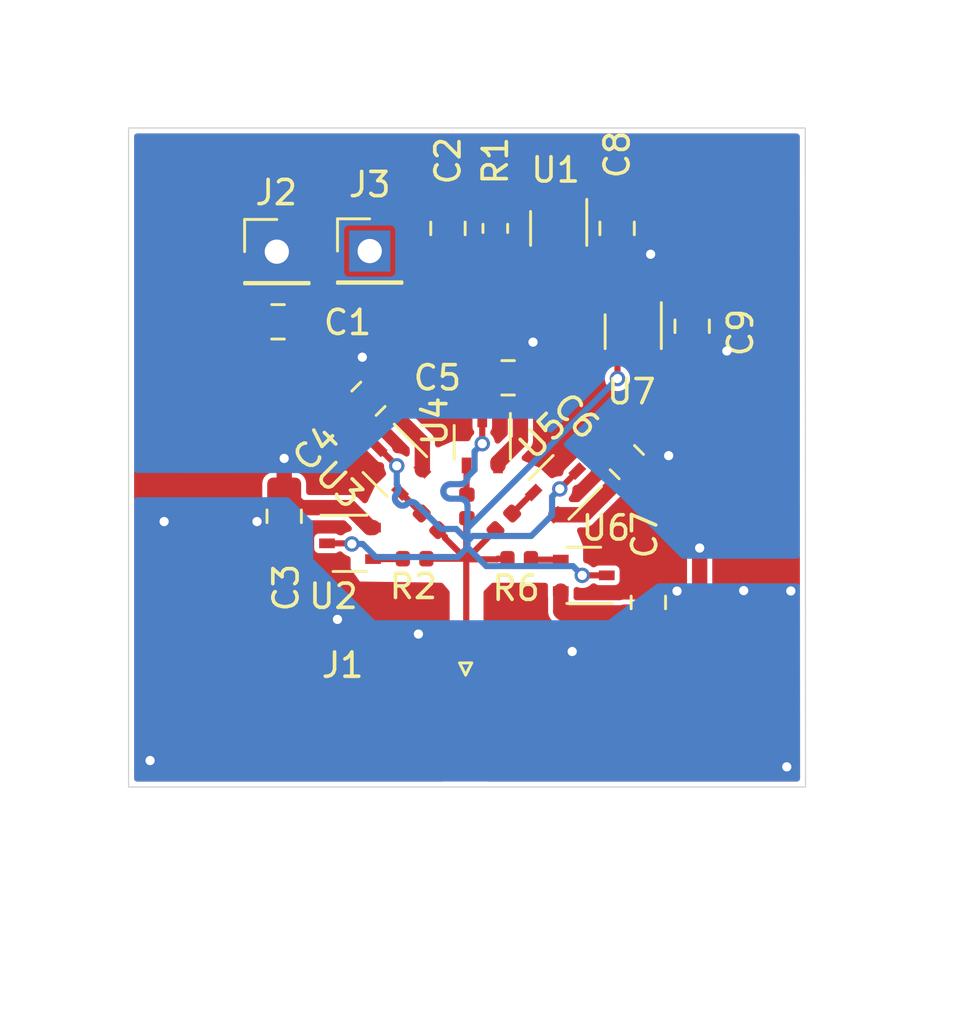
<source format=kicad_pcb>
(kicad_pcb (version 20171130) (host pcbnew "(5.1.4)-1")

  (general
    (thickness 1.6)
    (drawings 4)
    (tracks 199)
    (zones 0)
    (modules 25)
    (nets 12)
  )

  (page A4)
  (layers
    (0 F.Cu signal)
    (31 B.Cu signal)
    (32 B.Adhes user hide)
    (33 F.Adhes user hide)
    (34 B.Paste user hide)
    (35 F.Paste user)
    (36 B.SilkS user hide)
    (37 F.SilkS user)
    (38 B.Mask user hide)
    (39 F.Mask user)
    (40 Dwgs.User user hide)
    (41 Cmts.User user hide)
    (42 Eco1.User user hide)
    (43 Eco2.User user hide)
    (44 Edge.Cuts user)
    (45 Margin user hide)
    (46 B.CrtYd user hide)
    (47 F.CrtYd user)
    (48 B.Fab user hide)
    (49 F.Fab user hide)
  )

  (setup
    (last_trace_width 0.254)
    (trace_clearance 0.1778)
    (zone_clearance 0.2032)
    (zone_45_only no)
    (trace_min 0.1524)
    (via_size 0.635)
    (via_drill 0.381)
    (via_min_size 0.508)
    (via_min_drill 0.254)
    (uvia_size 0.508)
    (uvia_drill 0.254)
    (uvias_allowed no)
    (uvia_min_size 0.508)
    (uvia_min_drill 0.254)
    (edge_width 0.05)
    (segment_width 0.2)
    (pcb_text_width 0.3)
    (pcb_text_size 1.5 1.5)
    (mod_edge_width 0.12)
    (mod_text_size 1 1)
    (mod_text_width 0.15)
    (pad_size 1.524 1.524)
    (pad_drill 0.762)
    (pad_to_mask_clearance 0.05334)
    (aux_axis_origin 0 0)
    (visible_elements 7FFFFFFF)
    (pcbplotparams
      (layerselection 0x010fc_ffffffff)
      (usegerberextensions false)
      (usegerberattributes false)
      (usegerberadvancedattributes false)
      (creategerberjobfile false)
      (excludeedgelayer true)
      (linewidth 0.100000)
      (plotframeref false)
      (viasonmask false)
      (mode 1)
      (useauxorigin false)
      (hpglpennumber 1)
      (hpglpenspeed 20)
      (hpglpendiameter 15.000000)
      (psnegative false)
      (psa4output false)
      (plotreference true)
      (plotvalue true)
      (plotinvisibletext false)
      (padsonsilk false)
      (subtractmaskfromsilk false)
      (outputformat 1)
      (mirror false)
      (drillshape 1)
      (scaleselection 1)
      (outputdirectory ""))
  )

  (net 0 "")
  (net 1 GND)
  (net 2 VCC)
  (net 3 "Net-(C2-Pad1)")
  (net 4 "Net-(J1-Pad1)")
  (net 5 drive_in)
  (net 6 "Net-(R2-Pad2)")
  (net 7 "Net-(R3-Pad2)")
  (net 8 "Net-(R4-Pad2)")
  (net 9 "Net-(R5-Pad2)")
  (net 10 "Net-(R6-Pad2)")
  (net 11 "Net-(R1-Pad1)")

  (net_class Default "This is the default net class."
    (clearance 0.1778)
    (trace_width 0.254)
    (via_dia 0.635)
    (via_drill 0.381)
    (uvia_dia 0.508)
    (uvia_drill 0.254)
    (add_net GND)
    (add_net "Net-(C2-Pad1)")
    (add_net "Net-(J1-Pad1)")
    (add_net "Net-(R1-Pad1)")
    (add_net "Net-(R2-Pad2)")
    (add_net "Net-(R3-Pad2)")
    (add_net "Net-(R4-Pad2)")
    (add_net "Net-(R5-Pad2)")
    (add_net "Net-(R6-Pad2)")
    (add_net drive_in)
  )

  (net_class Power ""
    (clearance 0.1778)
    (trace_width 0.635)
    (via_dia 0.635)
    (via_drill 0.381)
    (uvia_dia 0.508)
    (uvia_drill 0.254)
    (add_net VCC)
  )

  (module Package_TO_SOT_SMD:SOT-353_SC-70-5 (layer F.Cu) (tedit 5A02FF57) (tstamp 604C7837)
    (at 122.43816 99.8474 270)
    (descr "SOT-353, SC-70-5")
    (tags "SOT-353 SC-70-5")
    (path /604C9BA2)
    (attr smd)
    (fp_text reference U7 (at 2.47904 0.0762) (layer F.SilkS)
      (effects (font (size 1 1) (thickness 0.15)))
    )
    (fp_text value 74AUC1G17 (at 0 2 270) (layer F.Fab)
      (effects (font (size 1 1) (thickness 0.15)))
    )
    (fp_line (start -0.175 -1.1) (end -0.675 -0.6) (layer F.Fab) (width 0.1))
    (fp_line (start 0.675 1.1) (end -0.675 1.1) (layer F.Fab) (width 0.1))
    (fp_line (start 0.675 -1.1) (end 0.675 1.1) (layer F.Fab) (width 0.1))
    (fp_line (start -1.6 1.4) (end 1.6 1.4) (layer F.CrtYd) (width 0.05))
    (fp_line (start -0.675 -0.6) (end -0.675 1.1) (layer F.Fab) (width 0.1))
    (fp_line (start 0.675 -1.1) (end -0.175 -1.1) (layer F.Fab) (width 0.1))
    (fp_line (start -1.6 -1.4) (end 1.6 -1.4) (layer F.CrtYd) (width 0.05))
    (fp_line (start -1.6 -1.4) (end -1.6 1.4) (layer F.CrtYd) (width 0.05))
    (fp_line (start 1.6 1.4) (end 1.6 -1.4) (layer F.CrtYd) (width 0.05))
    (fp_line (start -0.7 1.16) (end 0.7 1.16) (layer F.SilkS) (width 0.12))
    (fp_line (start 0.7 -1.16) (end -1.2 -1.16) (layer F.SilkS) (width 0.12))
    (fp_text user %R (at 0 0) (layer F.Fab)
      (effects (font (size 0.5 0.5) (thickness 0.075)))
    )
    (pad 5 smd rect (at 0.95 -0.65 270) (size 0.65 0.4) (layers F.Cu F.Paste F.Mask)
      (net 2 VCC))
    (pad 4 smd rect (at 0.95 0.65 270) (size 0.65 0.4) (layers F.Cu F.Paste F.Mask)
      (net 5 drive_in))
    (pad 2 smd rect (at -0.95 0 270) (size 0.65 0.4) (layers F.Cu F.Paste F.Mask)
      (net 11 "Net-(R1-Pad1)"))
    (pad 3 smd rect (at -0.95 0.65 270) (size 0.65 0.4) (layers F.Cu F.Paste F.Mask)
      (net 1 GND))
    (pad 1 smd rect (at -0.95 -0.65 270) (size 0.65 0.4) (layers F.Cu F.Paste F.Mask)
      (net 1 GND))
    (model ${KISYS3DMOD}/Package_TO_SOT_SMD.3dshapes/SOT-353_SC-70-5.wrl
      (at (xyz 0 0 0))
      (scale (xyz 1 1 1))
      (rotate (xyz 0 0 0))
    )
  )

  (module Capacitor_SMD:C_0805_2012Metric_Pad1.15x1.40mm_HandSolder (layer F.Cu) (tedit 5B36C52B) (tstamp 604C75E6)
    (at 124.87148 99.62388 90)
    (descr "Capacitor SMD 0805 (2012 Metric), square (rectangular) end terminal, IPC_7351 nominal with elongated pad for handsoldering. (Body size source: https://docs.google.com/spreadsheets/d/1BsfQQcO9C6DZCsRaXUlFlo91Tg2WpOkGARC1WS5S8t0/edit?usp=sharing), generated with kicad-footprint-generator")
    (tags "capacitor handsolder")
    (path /604D7453)
    (attr smd)
    (fp_text reference C9 (at -0.25908 1.99644 90) (layer F.SilkS)
      (effects (font (size 1 1) (thickness 0.15)))
    )
    (fp_text value "47n C0G" (at 0 1.65 90) (layer F.Fab)
      (effects (font (size 1 1) (thickness 0.15)))
    )
    (fp_text user %R (at 0 0 90) (layer F.Fab)
      (effects (font (size 0.5 0.5) (thickness 0.08)))
    )
    (fp_line (start 1.85 0.95) (end -1.85 0.95) (layer F.CrtYd) (width 0.05))
    (fp_line (start 1.85 -0.95) (end 1.85 0.95) (layer F.CrtYd) (width 0.05))
    (fp_line (start -1.85 -0.95) (end 1.85 -0.95) (layer F.CrtYd) (width 0.05))
    (fp_line (start -1.85 0.95) (end -1.85 -0.95) (layer F.CrtYd) (width 0.05))
    (fp_line (start -0.261252 0.71) (end 0.261252 0.71) (layer F.SilkS) (width 0.12))
    (fp_line (start -0.261252 -0.71) (end 0.261252 -0.71) (layer F.SilkS) (width 0.12))
    (fp_line (start 1 0.6) (end -1 0.6) (layer F.Fab) (width 0.1))
    (fp_line (start 1 -0.6) (end 1 0.6) (layer F.Fab) (width 0.1))
    (fp_line (start -1 -0.6) (end 1 -0.6) (layer F.Fab) (width 0.1))
    (fp_line (start -1 0.6) (end -1 -0.6) (layer F.Fab) (width 0.1))
    (pad 2 smd roundrect (at 1.025 0 90) (size 1.15 1.4) (layers F.Cu F.Paste F.Mask) (roundrect_rratio 0.217391)
      (net 1 GND))
    (pad 1 smd roundrect (at -1.025 0 90) (size 1.15 1.4) (layers F.Cu F.Paste F.Mask) (roundrect_rratio 0.217391)
      (net 2 VCC))
    (model ${KISYS3DMOD}/Capacitor_SMD.3dshapes/C_0805_2012Metric.wrl
      (at (xyz 0 0 0))
      (scale (xyz 1 1 1))
      (rotate (xyz 0 0 0))
    )
  )

  (module Resistor_SMD:R_0402_1005Metric (layer F.Cu) (tedit 5B301BBD) (tstamp 6019049C)
    (at 117.729 109.22)
    (descr "Resistor SMD 0402 (1005 Metric), square (rectangular) end terminal, IPC_7351 nominal, (Body size source: http://www.tortai-tech.com/upload/download/2011102023233369053.pdf), generated with kicad-footprint-generator")
    (tags resistor)
    (path /601A0EE3)
    (attr smd)
    (fp_text reference R6 (at -0.127 1.2192) (layer F.SilkS)
      (effects (font (size 1 1) (thickness 0.15)))
    )
    (fp_text value 220 (at 0 1.17) (layer F.Fab)
      (effects (font (size 1 1) (thickness 0.15)))
    )
    (fp_text user %R (at 0 0) (layer F.Fab)
      (effects (font (size 0.25 0.25) (thickness 0.04)))
    )
    (fp_line (start 0.93 0.47) (end -0.93 0.47) (layer F.CrtYd) (width 0.05))
    (fp_line (start 0.93 -0.47) (end 0.93 0.47) (layer F.CrtYd) (width 0.05))
    (fp_line (start -0.93 -0.47) (end 0.93 -0.47) (layer F.CrtYd) (width 0.05))
    (fp_line (start -0.93 0.47) (end -0.93 -0.47) (layer F.CrtYd) (width 0.05))
    (fp_line (start 0.5 0.25) (end -0.5 0.25) (layer F.Fab) (width 0.1))
    (fp_line (start 0.5 -0.25) (end 0.5 0.25) (layer F.Fab) (width 0.1))
    (fp_line (start -0.5 -0.25) (end 0.5 -0.25) (layer F.Fab) (width 0.1))
    (fp_line (start -0.5 0.25) (end -0.5 -0.25) (layer F.Fab) (width 0.1))
    (pad 2 smd roundrect (at 0.485 0) (size 0.59 0.64) (layers F.Cu F.Paste F.Mask) (roundrect_rratio 0.25)
      (net 10 "Net-(R6-Pad2)"))
    (pad 1 smd roundrect (at -0.485 0) (size 0.59 0.64) (layers F.Cu F.Paste F.Mask) (roundrect_rratio 0.25)
      (net 4 "Net-(J1-Pad1)"))
    (model ${KISYS3DMOD}/Resistor_SMD.3dshapes/R_0402_1005Metric.wrl
      (at (xyz 0 0 0))
      (scale (xyz 1 1 1))
      (rotate (xyz 0 0 0))
    )
  )

  (module Resistor_SMD:R_0402_1005Metric (layer F.Cu) (tedit 5B301BBD) (tstamp 6019048B)
    (at 117.094 107.696 45)
    (descr "Resistor SMD 0402 (1005 Metric), square (rectangular) end terminal, IPC_7351 nominal, (Body size source: http://www.tortai-tech.com/upload/download/2011102023233369053.pdf), generated with kicad-footprint-generator")
    (tags resistor)
    (path /601A089B)
    (attr smd)
    (fp_text reference R5 (at 1.885854 0.089803 45) (layer Cmts.User)
      (effects (font (size 1 1) (thickness 0.15)))
    )
    (fp_text value 220 (at 0 1.17 45) (layer F.Fab)
      (effects (font (size 1 1) (thickness 0.15)))
    )
    (fp_text user %R (at 0 0 45) (layer F.Fab)
      (effects (font (size 0.25 0.25) (thickness 0.04)))
    )
    (fp_line (start 0.93 0.47) (end -0.93 0.47) (layer F.CrtYd) (width 0.05))
    (fp_line (start 0.93 -0.47) (end 0.93 0.47) (layer F.CrtYd) (width 0.05))
    (fp_line (start -0.93 -0.47) (end 0.93 -0.47) (layer F.CrtYd) (width 0.05))
    (fp_line (start -0.93 0.47) (end -0.93 -0.47) (layer F.CrtYd) (width 0.05))
    (fp_line (start 0.5 0.25) (end -0.5 0.25) (layer F.Fab) (width 0.1))
    (fp_line (start 0.5 -0.25) (end 0.5 0.25) (layer F.Fab) (width 0.1))
    (fp_line (start -0.5 -0.25) (end 0.5 -0.25) (layer F.Fab) (width 0.1))
    (fp_line (start -0.5 0.25) (end -0.5 -0.25) (layer F.Fab) (width 0.1))
    (pad 2 smd roundrect (at 0.485 0 45) (size 0.59 0.64) (layers F.Cu F.Paste F.Mask) (roundrect_rratio 0.25)
      (net 9 "Net-(R5-Pad2)"))
    (pad 1 smd roundrect (at -0.485 0 45) (size 0.59 0.64) (layers F.Cu F.Paste F.Mask) (roundrect_rratio 0.25)
      (net 4 "Net-(J1-Pad1)"))
    (model ${KISYS3DMOD}/Resistor_SMD.3dshapes/R_0402_1005Metric.wrl
      (at (xyz 0 0 0))
      (scale (xyz 1 1 1))
      (rotate (xyz 0 0 0))
    )
  )

  (module Resistor_SMD:R_0402_1005Metric (layer F.Cu) (tedit 5B301BBD) (tstamp 6019047A)
    (at 115.57 107.061 90)
    (descr "Resistor SMD 0402 (1005 Metric), square (rectangular) end terminal, IPC_7351 nominal, (Body size source: http://www.tortai-tech.com/upload/download/2011102023233369053.pdf), generated with kicad-footprint-generator")
    (tags resistor)
    (path /601A0398)
    (attr smd)
    (fp_text reference R4 (at 1.905 0.0635 90) (layer Cmts.User)
      (effects (font (size 1 1) (thickness 0.15)))
    )
    (fp_text value 220 (at 0 1.17 90) (layer F.Fab)
      (effects (font (size 1 1) (thickness 0.15)))
    )
    (fp_text user %R (at 0 0 90) (layer F.Fab)
      (effects (font (size 0.25 0.25) (thickness 0.04)))
    )
    (fp_line (start 0.93 0.47) (end -0.93 0.47) (layer F.CrtYd) (width 0.05))
    (fp_line (start 0.93 -0.47) (end 0.93 0.47) (layer F.CrtYd) (width 0.05))
    (fp_line (start -0.93 -0.47) (end 0.93 -0.47) (layer F.CrtYd) (width 0.05))
    (fp_line (start -0.93 0.47) (end -0.93 -0.47) (layer F.CrtYd) (width 0.05))
    (fp_line (start 0.5 0.25) (end -0.5 0.25) (layer F.Fab) (width 0.1))
    (fp_line (start 0.5 -0.25) (end 0.5 0.25) (layer F.Fab) (width 0.1))
    (fp_line (start -0.5 -0.25) (end 0.5 -0.25) (layer F.Fab) (width 0.1))
    (fp_line (start -0.5 0.25) (end -0.5 -0.25) (layer F.Fab) (width 0.1))
    (pad 2 smd roundrect (at 0.485 0 90) (size 0.59 0.64) (layers F.Cu F.Paste F.Mask) (roundrect_rratio 0.25)
      (net 8 "Net-(R4-Pad2)"))
    (pad 1 smd roundrect (at -0.485 0 90) (size 0.59 0.64) (layers F.Cu F.Paste F.Mask) (roundrect_rratio 0.25)
      (net 4 "Net-(J1-Pad1)"))
    (model ${KISYS3DMOD}/Resistor_SMD.3dshapes/R_0402_1005Metric.wrl
      (at (xyz 0 0 0))
      (scale (xyz 1 1 1))
      (rotate (xyz 0 0 0))
    )
  )

  (module Resistor_SMD:R_0402_1005Metric (layer F.Cu) (tedit 5B301BBD) (tstamp 60190469)
    (at 114.046 107.696 135)
    (descr "Resistor SMD 0402 (1005 Metric), square (rectangular) end terminal, IPC_7351 nominal, (Body size source: http://www.tortai-tech.com/upload/download/2011102023233369053.pdf), generated with kicad-footprint-generator")
    (tags resistor)
    (path /6019FE9E)
    (attr smd)
    (fp_text reference R3 (at 1.975656 0 135) (layer Cmts.User)
      (effects (font (size 1 1) (thickness 0.15)))
    )
    (fp_text value 220 (at 0 1.17 135) (layer F.Fab)
      (effects (font (size 1 1) (thickness 0.15)))
    )
    (fp_text user %R (at 0 0 135) (layer F.Fab)
      (effects (font (size 0.25 0.25) (thickness 0.04)))
    )
    (fp_line (start 0.93 0.47) (end -0.93 0.47) (layer F.CrtYd) (width 0.05))
    (fp_line (start 0.93 -0.47) (end 0.93 0.47) (layer F.CrtYd) (width 0.05))
    (fp_line (start -0.93 -0.47) (end 0.93 -0.47) (layer F.CrtYd) (width 0.05))
    (fp_line (start -0.93 0.47) (end -0.93 -0.47) (layer F.CrtYd) (width 0.05))
    (fp_line (start 0.5 0.25) (end -0.5 0.25) (layer F.Fab) (width 0.1))
    (fp_line (start 0.5 -0.25) (end 0.5 0.25) (layer F.Fab) (width 0.1))
    (fp_line (start -0.5 -0.25) (end 0.5 -0.25) (layer F.Fab) (width 0.1))
    (fp_line (start -0.5 0.25) (end -0.5 -0.25) (layer F.Fab) (width 0.1))
    (pad 2 smd roundrect (at 0.485 0 135) (size 0.59 0.64) (layers F.Cu F.Paste F.Mask) (roundrect_rratio 0.25)
      (net 7 "Net-(R3-Pad2)"))
    (pad 1 smd roundrect (at -0.485 0 135) (size 0.59 0.64) (layers F.Cu F.Paste F.Mask) (roundrect_rratio 0.25)
      (net 4 "Net-(J1-Pad1)"))
    (model ${KISYS3DMOD}/Resistor_SMD.3dshapes/R_0402_1005Metric.wrl
      (at (xyz 0 0 0))
      (scale (xyz 1 1 1))
      (rotate (xyz 0 0 0))
    )
  )

  (module Resistor_SMD:R_0402_1005Metric (layer F.Cu) (tedit 5B301BBD) (tstamp 60190458)
    (at 113.411 109.22 180)
    (descr "Resistor SMD 0402 (1005 Metric), square (rectangular) end terminal, IPC_7351 nominal, (Body size source: http://www.tortai-tech.com/upload/download/2011102023233369053.pdf), generated with kicad-footprint-generator")
    (tags resistor)
    (path /6019E7DA)
    (attr smd)
    (fp_text reference R2 (at 0.0508 -1.143) (layer F.SilkS)
      (effects (font (size 1 1) (thickness 0.15)))
    )
    (fp_text value 220 (at 0 1.17) (layer F.Fab)
      (effects (font (size 1 1) (thickness 0.15)))
    )
    (fp_text user %R (at 0 0) (layer F.Fab)
      (effects (font (size 0.25 0.25) (thickness 0.04)))
    )
    (fp_line (start 0.93 0.47) (end -0.93 0.47) (layer F.CrtYd) (width 0.05))
    (fp_line (start 0.93 -0.47) (end 0.93 0.47) (layer F.CrtYd) (width 0.05))
    (fp_line (start -0.93 -0.47) (end 0.93 -0.47) (layer F.CrtYd) (width 0.05))
    (fp_line (start -0.93 0.47) (end -0.93 -0.47) (layer F.CrtYd) (width 0.05))
    (fp_line (start 0.5 0.25) (end -0.5 0.25) (layer F.Fab) (width 0.1))
    (fp_line (start 0.5 -0.25) (end 0.5 0.25) (layer F.Fab) (width 0.1))
    (fp_line (start -0.5 -0.25) (end 0.5 -0.25) (layer F.Fab) (width 0.1))
    (fp_line (start -0.5 0.25) (end -0.5 -0.25) (layer F.Fab) (width 0.1))
    (pad 2 smd roundrect (at 0.485 0 180) (size 0.59 0.64) (layers F.Cu F.Paste F.Mask) (roundrect_rratio 0.25)
      (net 6 "Net-(R2-Pad2)"))
    (pad 1 smd roundrect (at -0.485 0 180) (size 0.59 0.64) (layers F.Cu F.Paste F.Mask) (roundrect_rratio 0.25)
      (net 4 "Net-(J1-Pad1)"))
    (model ${KISYS3DMOD}/Resistor_SMD.3dshapes/R_0402_1005Metric.wrl
      (at (xyz 0 0 0))
      (scale (xyz 1 1 1))
      (rotate (xyz 0 0 0))
    )
  )

  (module Package_TO_SOT_SMD:SOT-353_SC-70-5 (layer F.Cu) (tedit 5A02FF57) (tstamp 604C16DD)
    (at 120.396 109.9058 180)
    (descr "SOT-353, SC-70-5")
    (tags "SOT-353 SC-70-5")
    (path /604CE0E9)
    (attr smd)
    (fp_text reference U6 (at -0.9144 1.9558) (layer F.SilkS)
      (effects (font (size 1 1) (thickness 0.15)))
    )
    (fp_text value 74AUC1G17 (at 0 2 180) (layer F.Fab)
      (effects (font (size 1 1) (thickness 0.15)))
    )
    (fp_line (start -0.175 -1.1) (end -0.675 -0.6) (layer F.Fab) (width 0.1))
    (fp_line (start 0.675 1.1) (end -0.675 1.1) (layer F.Fab) (width 0.1))
    (fp_line (start 0.675 -1.1) (end 0.675 1.1) (layer F.Fab) (width 0.1))
    (fp_line (start -1.6 1.4) (end 1.6 1.4) (layer F.CrtYd) (width 0.05))
    (fp_line (start -0.675 -0.6) (end -0.675 1.1) (layer F.Fab) (width 0.1))
    (fp_line (start 0.675 -1.1) (end -0.175 -1.1) (layer F.Fab) (width 0.1))
    (fp_line (start -1.6 -1.4) (end 1.6 -1.4) (layer F.CrtYd) (width 0.05))
    (fp_line (start -1.6 -1.4) (end -1.6 1.4) (layer F.CrtYd) (width 0.05))
    (fp_line (start 1.6 1.4) (end 1.6 -1.4) (layer F.CrtYd) (width 0.05))
    (fp_line (start -0.7 1.16) (end 0.7 1.16) (layer F.SilkS) (width 0.12))
    (fp_line (start 0.7 -1.16) (end -1.2 -1.16) (layer F.SilkS) (width 0.12))
    (fp_text user %R (at 0 0 90) (layer F.Fab)
      (effects (font (size 0.5 0.5) (thickness 0.075)))
    )
    (pad 5 smd rect (at 0.95 -0.65 180) (size 0.65 0.4) (layers F.Cu F.Paste F.Mask)
      (net 2 VCC))
    (pad 4 smd rect (at 0.95 0.65 180) (size 0.65 0.4) (layers F.Cu F.Paste F.Mask)
      (net 10 "Net-(R6-Pad2)"))
    (pad 2 smd rect (at -0.95 0 180) (size 0.65 0.4) (layers F.Cu F.Paste F.Mask)
      (net 5 drive_in))
    (pad 3 smd rect (at -0.95 0.65 180) (size 0.65 0.4) (layers F.Cu F.Paste F.Mask)
      (net 1 GND))
    (pad 1 smd rect (at -0.95 -0.65 180) (size 0.65 0.4) (layers F.Cu F.Paste F.Mask)
      (net 1 GND))
    (model ${KISYS3DMOD}/Package_TO_SOT_SMD.3dshapes/SOT-353_SC-70-5.wrl
      (at (xyz 0 0 0))
      (scale (xyz 1 1 1))
      (rotate (xyz 0 0 0))
    )
  )

  (module Package_TO_SOT_SMD:SOT-353_SC-70-5 (layer F.Cu) (tedit 5A02FF57) (tstamp 604C16C8)
    (at 119.4562 106.2736 225)
    (descr "SOT-353, SC-70-5")
    (tags "SOT-353 SC-70-5")
    (path /604CDDF2)
    (attr smd)
    (fp_text reference U5 (at -0.969868 2.047498 45) (layer F.SilkS)
      (effects (font (size 1 1) (thickness 0.15)))
    )
    (fp_text value 74AUC1G17 (at 0 2 225) (layer F.Fab)
      (effects (font (size 1 1) (thickness 0.15)))
    )
    (fp_line (start -0.175 -1.1) (end -0.675 -0.6) (layer F.Fab) (width 0.1))
    (fp_line (start 0.675 1.1) (end -0.675 1.1) (layer F.Fab) (width 0.1))
    (fp_line (start 0.675 -1.1) (end 0.675 1.1) (layer F.Fab) (width 0.1))
    (fp_line (start -1.6 1.4) (end 1.6 1.4) (layer F.CrtYd) (width 0.05))
    (fp_line (start -0.675 -0.6) (end -0.675 1.1) (layer F.Fab) (width 0.1))
    (fp_line (start 0.675 -1.1) (end -0.175 -1.1) (layer F.Fab) (width 0.1))
    (fp_line (start -1.6 -1.4) (end 1.6 -1.4) (layer F.CrtYd) (width 0.05))
    (fp_line (start -1.6 -1.4) (end -1.6 1.4) (layer F.CrtYd) (width 0.05))
    (fp_line (start 1.6 1.4) (end 1.6 -1.4) (layer F.CrtYd) (width 0.05))
    (fp_line (start -0.7 1.16) (end 0.7 1.16) (layer F.SilkS) (width 0.12))
    (fp_line (start 0.7 -1.16) (end -1.2 -1.16) (layer F.SilkS) (width 0.12))
    (fp_text user %R (at 0 0 135) (layer F.Fab)
      (effects (font (size 0.5 0.5) (thickness 0.075)))
    )
    (pad 5 smd rect (at 0.95 -0.65 225) (size 0.65 0.4) (layers F.Cu F.Paste F.Mask)
      (net 2 VCC))
    (pad 4 smd rect (at 0.95 0.65 225) (size 0.65 0.4) (layers F.Cu F.Paste F.Mask)
      (net 9 "Net-(R5-Pad2)"))
    (pad 2 smd rect (at -0.95 0 225) (size 0.65 0.4) (layers F.Cu F.Paste F.Mask)
      (net 5 drive_in))
    (pad 3 smd rect (at -0.95 0.65 225) (size 0.65 0.4) (layers F.Cu F.Paste F.Mask)
      (net 1 GND))
    (pad 1 smd rect (at -0.95 -0.65 225) (size 0.65 0.4) (layers F.Cu F.Paste F.Mask)
      (net 1 GND))
    (model ${KISYS3DMOD}/Package_TO_SOT_SMD.3dshapes/SOT-353_SC-70-5.wrl
      (at (xyz 0 0 0))
      (scale (xyz 1 1 1))
      (rotate (xyz 0 0 0))
    )
  )

  (module Package_TO_SOT_SMD:SOT-353_SC-70-5 (layer F.Cu) (tedit 5A02FF57) (tstamp 604C16B3)
    (at 116.205 104.4194 270)
    (descr "SOT-353, SC-70-5")
    (tags "SOT-353 SC-70-5")
    (path /604CDAE0)
    (attr smd)
    (fp_text reference U4 (at -0.889 1.9558 90) (layer F.SilkS)
      (effects (font (size 1 1) (thickness 0.15)))
    )
    (fp_text value 74AUC1G17 (at 0 2 270) (layer F.Fab)
      (effects (font (size 1 1) (thickness 0.15)))
    )
    (fp_line (start -0.175 -1.1) (end -0.675 -0.6) (layer F.Fab) (width 0.1))
    (fp_line (start 0.675 1.1) (end -0.675 1.1) (layer F.Fab) (width 0.1))
    (fp_line (start 0.675 -1.1) (end 0.675 1.1) (layer F.Fab) (width 0.1))
    (fp_line (start -1.6 1.4) (end 1.6 1.4) (layer F.CrtYd) (width 0.05))
    (fp_line (start -0.675 -0.6) (end -0.675 1.1) (layer F.Fab) (width 0.1))
    (fp_line (start 0.675 -1.1) (end -0.175 -1.1) (layer F.Fab) (width 0.1))
    (fp_line (start -1.6 -1.4) (end 1.6 -1.4) (layer F.CrtYd) (width 0.05))
    (fp_line (start -1.6 -1.4) (end -1.6 1.4) (layer F.CrtYd) (width 0.05))
    (fp_line (start 1.6 1.4) (end 1.6 -1.4) (layer F.CrtYd) (width 0.05))
    (fp_line (start -0.7 1.16) (end 0.7 1.16) (layer F.SilkS) (width 0.12))
    (fp_line (start 0.7 -1.16) (end -1.2 -1.16) (layer F.SilkS) (width 0.12))
    (fp_text user %R (at 0 0) (layer F.Fab)
      (effects (font (size 0.5 0.5) (thickness 0.075)))
    )
    (pad 5 smd rect (at 0.95 -0.65 270) (size 0.65 0.4) (layers F.Cu F.Paste F.Mask)
      (net 2 VCC))
    (pad 4 smd rect (at 0.95 0.65 270) (size 0.65 0.4) (layers F.Cu F.Paste F.Mask)
      (net 8 "Net-(R4-Pad2)"))
    (pad 2 smd rect (at -0.95 0 270) (size 0.65 0.4) (layers F.Cu F.Paste F.Mask)
      (net 5 drive_in))
    (pad 3 smd rect (at -0.95 0.65 270) (size 0.65 0.4) (layers F.Cu F.Paste F.Mask)
      (net 1 GND))
    (pad 1 smd rect (at -0.95 -0.65 270) (size 0.65 0.4) (layers F.Cu F.Paste F.Mask)
      (net 1 GND))
    (model ${KISYS3DMOD}/Package_TO_SOT_SMD.3dshapes/SOT-353_SC-70-5.wrl
      (at (xyz 0 0 0))
      (scale (xyz 1 1 1))
      (rotate (xyz 0 0 0))
    )
  )

  (module Package_TO_SOT_SMD:SOT-353_SC-70-5 (layer F.Cu) (tedit 5A02FF57) (tstamp 604C169E)
    (at 112.5982 105.3338 315)
    (descr "SOT-353, SC-70-5")
    (tags "SOT-353 SC-70-5")
    (path /604CB769)
    (attr smd)
    (fp_text reference U3 (at -1.023749 2.209143 135) (layer F.SilkS)
      (effects (font (size 1 1) (thickness 0.15)))
    )
    (fp_text value 74AUC1G17 (at 0 2 315) (layer F.Fab)
      (effects (font (size 1 1) (thickness 0.15)))
    )
    (fp_line (start -0.175 -1.1) (end -0.675 -0.6) (layer F.Fab) (width 0.1))
    (fp_line (start 0.675 1.1) (end -0.675 1.1) (layer F.Fab) (width 0.1))
    (fp_line (start 0.675 -1.1) (end 0.675 1.1) (layer F.Fab) (width 0.1))
    (fp_line (start -1.6 1.4) (end 1.6 1.4) (layer F.CrtYd) (width 0.05))
    (fp_line (start -0.675 -0.6) (end -0.675 1.1) (layer F.Fab) (width 0.1))
    (fp_line (start 0.675 -1.1) (end -0.175 -1.1) (layer F.Fab) (width 0.1))
    (fp_line (start -1.6 -1.4) (end 1.6 -1.4) (layer F.CrtYd) (width 0.05))
    (fp_line (start -1.6 -1.4) (end -1.6 1.4) (layer F.CrtYd) (width 0.05))
    (fp_line (start 1.6 1.4) (end 1.6 -1.4) (layer F.CrtYd) (width 0.05))
    (fp_line (start -0.7 1.16) (end 0.7 1.16) (layer F.SilkS) (width 0.12))
    (fp_line (start 0.7 -1.16) (end -1.2 -1.16) (layer F.SilkS) (width 0.12))
    (fp_text user %R (at 0 0 45) (layer F.Fab)
      (effects (font (size 0.5 0.5) (thickness 0.075)))
    )
    (pad 5 smd rect (at 0.95 -0.65 315) (size 0.65 0.4) (layers F.Cu F.Paste F.Mask)
      (net 2 VCC))
    (pad 4 smd rect (at 0.95 0.65 315) (size 0.65 0.4) (layers F.Cu F.Paste F.Mask)
      (net 7 "Net-(R3-Pad2)"))
    (pad 2 smd rect (at -0.95 0 315) (size 0.65 0.4) (layers F.Cu F.Paste F.Mask)
      (net 5 drive_in))
    (pad 3 smd rect (at -0.95 0.65 315) (size 0.65 0.4) (layers F.Cu F.Paste F.Mask)
      (net 1 GND))
    (pad 1 smd rect (at -0.95 -0.65 315) (size 0.65 0.4) (layers F.Cu F.Paste F.Mask)
      (net 1 GND))
    (model ${KISYS3DMOD}/Package_TO_SOT_SMD.3dshapes/SOT-353_SC-70-5.wrl
      (at (xyz 0 0 0))
      (scale (xyz 1 1 1))
      (rotate (xyz 0 0 0))
    )
  )

  (module Package_TO_SOT_SMD:SOT-353_SC-70-5 (layer F.Cu) (tedit 5A02FF57) (tstamp 604C1689)
    (at 110.744 108.585)
    (descr "SOT-353, SC-70-5")
    (tags "SOT-353 SC-70-5")
    (path /604CBD68)
    (attr smd)
    (fp_text reference U2 (at -0.6858 2.1844) (layer F.SilkS)
      (effects (font (size 1 1) (thickness 0.15)))
    )
    (fp_text value 74AUC1G17 (at 0 2 180) (layer F.Fab)
      (effects (font (size 1 1) (thickness 0.15)))
    )
    (fp_line (start -0.175 -1.1) (end -0.675 -0.6) (layer F.Fab) (width 0.1))
    (fp_line (start 0.675 1.1) (end -0.675 1.1) (layer F.Fab) (width 0.1))
    (fp_line (start 0.675 -1.1) (end 0.675 1.1) (layer F.Fab) (width 0.1))
    (fp_line (start -1.6 1.4) (end 1.6 1.4) (layer F.CrtYd) (width 0.05))
    (fp_line (start -0.675 -0.6) (end -0.675 1.1) (layer F.Fab) (width 0.1))
    (fp_line (start 0.675 -1.1) (end -0.175 -1.1) (layer F.Fab) (width 0.1))
    (fp_line (start -1.6 -1.4) (end 1.6 -1.4) (layer F.CrtYd) (width 0.05))
    (fp_line (start -1.6 -1.4) (end -1.6 1.4) (layer F.CrtYd) (width 0.05))
    (fp_line (start 1.6 1.4) (end 1.6 -1.4) (layer F.CrtYd) (width 0.05))
    (fp_line (start -0.7 1.16) (end 0.7 1.16) (layer F.SilkS) (width 0.12))
    (fp_line (start 0.7 -1.16) (end -1.2 -1.16) (layer F.SilkS) (width 0.12))
    (fp_text user %R (at 0 0 90) (layer F.Fab)
      (effects (font (size 0.5 0.5) (thickness 0.075)))
    )
    (pad 5 smd rect (at 0.95 -0.65) (size 0.65 0.4) (layers F.Cu F.Paste F.Mask)
      (net 2 VCC))
    (pad 4 smd rect (at 0.95 0.65) (size 0.65 0.4) (layers F.Cu F.Paste F.Mask)
      (net 6 "Net-(R2-Pad2)"))
    (pad 2 smd rect (at -0.95 0) (size 0.65 0.4) (layers F.Cu F.Paste F.Mask)
      (net 5 drive_in))
    (pad 3 smd rect (at -0.95 0.65) (size 0.65 0.4) (layers F.Cu F.Paste F.Mask)
      (net 1 GND))
    (pad 1 smd rect (at -0.95 -0.65) (size 0.65 0.4) (layers F.Cu F.Paste F.Mask)
      (net 1 GND))
    (model ${KISYS3DMOD}/Package_TO_SOT_SMD.3dshapes/SOT-353_SC-70-5.wrl
      (at (xyz 0 0 0))
      (scale (xyz 1 1 1))
      (rotate (xyz 0 0 0))
    )
  )

  (module Package_TO_SOT_SMD:SOT-353_SC-70-5 (layer F.Cu) (tedit 5A02FF57) (tstamp 604C1674)
    (at 119.35968 95.58528 270)
    (descr "SOT-353, SC-70-5")
    (tags "SOT-353 SC-70-5")
    (path /604C7073)
    (attr smd)
    (fp_text reference U1 (at -2.413 0.127 180) (layer F.SilkS)
      (effects (font (size 1 1) (thickness 0.15)))
    )
    (fp_text value 74AHC1G14 (at 0 2 270) (layer F.Fab)
      (effects (font (size 1 1) (thickness 0.15)))
    )
    (fp_line (start -0.175 -1.1) (end -0.675 -0.6) (layer F.Fab) (width 0.1))
    (fp_line (start 0.675 1.1) (end -0.675 1.1) (layer F.Fab) (width 0.1))
    (fp_line (start 0.675 -1.1) (end 0.675 1.1) (layer F.Fab) (width 0.1))
    (fp_line (start -1.6 1.4) (end 1.6 1.4) (layer F.CrtYd) (width 0.05))
    (fp_line (start -0.675 -0.6) (end -0.675 1.1) (layer F.Fab) (width 0.1))
    (fp_line (start 0.675 -1.1) (end -0.175 -1.1) (layer F.Fab) (width 0.1))
    (fp_line (start -1.6 -1.4) (end 1.6 -1.4) (layer F.CrtYd) (width 0.05))
    (fp_line (start -1.6 -1.4) (end -1.6 1.4) (layer F.CrtYd) (width 0.05))
    (fp_line (start 1.6 1.4) (end 1.6 -1.4) (layer F.CrtYd) (width 0.05))
    (fp_line (start -0.7 1.16) (end 0.7 1.16) (layer F.SilkS) (width 0.12))
    (fp_line (start 0.7 -1.16) (end -1.2 -1.16) (layer F.SilkS) (width 0.12))
    (fp_text user %R (at 0 0) (layer F.Fab)
      (effects (font (size 0.5 0.5) (thickness 0.075)))
    )
    (pad 5 smd rect (at 0.95 -0.65 270) (size 0.65 0.4) (layers F.Cu F.Paste F.Mask)
      (net 2 VCC))
    (pad 4 smd rect (at 0.95 0.65 270) (size 0.65 0.4) (layers F.Cu F.Paste F.Mask)
      (net 11 "Net-(R1-Pad1)"))
    (pad 2 smd rect (at -0.95 0 270) (size 0.65 0.4) (layers F.Cu F.Paste F.Mask)
      (net 3 "Net-(C2-Pad1)"))
    (pad 3 smd rect (at -0.95 0.65 270) (size 0.65 0.4) (layers F.Cu F.Paste F.Mask)
      (net 1 GND))
    (pad 1 smd rect (at -0.95 -0.65 270) (size 0.65 0.4) (layers F.Cu F.Paste F.Mask)
      (net 1 GND))
    (model ${KISYS3DMOD}/Package_TO_SOT_SMD.3dshapes/SOT-353_SC-70-5.wrl
      (at (xyz 0 0 0))
      (scale (xyz 1 1 1))
      (rotate (xyz 0 0 0))
    )
  )

  (module Capacitor_SMD:C_0805_2012Metric_Pad1.15x1.40mm_HandSolder (layer F.Cu) (tedit 5B36C52B) (tstamp 604C154F)
    (at 121.77268 95.58528 90)
    (descr "Capacitor SMD 0805 (2012 Metric), square (rectangular) end terminal, IPC_7351 nominal with elongated pad for handsoldering. (Body size source: https://docs.google.com/spreadsheets/d/1BsfQQcO9C6DZCsRaXUlFlo91Tg2WpOkGARC1WS5S8t0/edit?usp=sharing), generated with kicad-footprint-generator")
    (tags "capacitor handsolder")
    (path /6050071A)
    (attr smd)
    (fp_text reference C8 (at 3.048 0 270) (layer F.SilkS)
      (effects (font (size 1 1) (thickness 0.15)))
    )
    (fp_text value "47n C0G" (at 0 1.65 90) (layer F.Fab)
      (effects (font (size 1 1) (thickness 0.15)))
    )
    (fp_text user %R (at 0 0 90) (layer F.Fab)
      (effects (font (size 0.5 0.5) (thickness 0.08)))
    )
    (fp_line (start 1.85 0.95) (end -1.85 0.95) (layer F.CrtYd) (width 0.05))
    (fp_line (start 1.85 -0.95) (end 1.85 0.95) (layer F.CrtYd) (width 0.05))
    (fp_line (start -1.85 -0.95) (end 1.85 -0.95) (layer F.CrtYd) (width 0.05))
    (fp_line (start -1.85 0.95) (end -1.85 -0.95) (layer F.CrtYd) (width 0.05))
    (fp_line (start -0.261252 0.71) (end 0.261252 0.71) (layer F.SilkS) (width 0.12))
    (fp_line (start -0.261252 -0.71) (end 0.261252 -0.71) (layer F.SilkS) (width 0.12))
    (fp_line (start 1 0.6) (end -1 0.6) (layer F.Fab) (width 0.1))
    (fp_line (start 1 -0.6) (end 1 0.6) (layer F.Fab) (width 0.1))
    (fp_line (start -1 -0.6) (end 1 -0.6) (layer F.Fab) (width 0.1))
    (fp_line (start -1 0.6) (end -1 -0.6) (layer F.Fab) (width 0.1))
    (pad 2 smd roundrect (at 1.025 0 90) (size 1.15 1.4) (layers F.Cu F.Paste F.Mask) (roundrect_rratio 0.217391)
      (net 1 GND))
    (pad 1 smd roundrect (at -1.025 0 90) (size 1.15 1.4) (layers F.Cu F.Paste F.Mask) (roundrect_rratio 0.217391)
      (net 2 VCC))
    (model ${KISYS3DMOD}/Capacitor_SMD.3dshapes/C_0805_2012Metric.wrl
      (at (xyz 0 0 0))
      (scale (xyz 1 1 1))
      (rotate (xyz 0 0 0))
    )
  )

  (module Capacitor_SMD:C_0805_2012Metric_Pad1.15x1.40mm_HandSolder (layer F.Cu) (tedit 5B36C52B) (tstamp 604C153E)
    (at 123.063 111.0234 90)
    (descr "Capacitor SMD 0805 (2012 Metric), square (rectangular) end terminal, IPC_7351 nominal with elongated pad for handsoldering. (Body size source: https://docs.google.com/spreadsheets/d/1BsfQQcO9C6DZCsRaXUlFlo91Tg2WpOkGARC1WS5S8t0/edit?usp=sharing), generated with kicad-footprint-generator")
    (tags "capacitor handsolder")
    (path /604FFF0B)
    (attr smd)
    (fp_text reference C7 (at 2.794 -0.1524 90) (layer F.SilkS)
      (effects (font (size 1 1) (thickness 0.15)))
    )
    (fp_text value "47n C0G" (at 0 1.65 90) (layer F.Fab)
      (effects (font (size 1 1) (thickness 0.15)))
    )
    (fp_text user %R (at 0 0 90) (layer F.Fab)
      (effects (font (size 0.5 0.5) (thickness 0.08)))
    )
    (fp_line (start 1.85 0.95) (end -1.85 0.95) (layer F.CrtYd) (width 0.05))
    (fp_line (start 1.85 -0.95) (end 1.85 0.95) (layer F.CrtYd) (width 0.05))
    (fp_line (start -1.85 -0.95) (end 1.85 -0.95) (layer F.CrtYd) (width 0.05))
    (fp_line (start -1.85 0.95) (end -1.85 -0.95) (layer F.CrtYd) (width 0.05))
    (fp_line (start -0.261252 0.71) (end 0.261252 0.71) (layer F.SilkS) (width 0.12))
    (fp_line (start -0.261252 -0.71) (end 0.261252 -0.71) (layer F.SilkS) (width 0.12))
    (fp_line (start 1 0.6) (end -1 0.6) (layer F.Fab) (width 0.1))
    (fp_line (start 1 -0.6) (end 1 0.6) (layer F.Fab) (width 0.1))
    (fp_line (start -1 -0.6) (end 1 -0.6) (layer F.Fab) (width 0.1))
    (fp_line (start -1 0.6) (end -1 -0.6) (layer F.Fab) (width 0.1))
    (pad 2 smd roundrect (at 1.025 0 90) (size 1.15 1.4) (layers F.Cu F.Paste F.Mask) (roundrect_rratio 0.217391)
      (net 1 GND))
    (pad 1 smd roundrect (at -1.025 0 90) (size 1.15 1.4) (layers F.Cu F.Paste F.Mask) (roundrect_rratio 0.217391)
      (net 2 VCC))
    (model ${KISYS3DMOD}/Capacitor_SMD.3dshapes/C_0805_2012Metric.wrl
      (at (xyz 0 0 0))
      (scale (xyz 1 1 1))
      (rotate (xyz 0 0 0))
    )
  )

  (module Capacitor_SMD:C_0805_2012Metric_Pad1.15x1.40mm_HandSolder (layer F.Cu) (tedit 5B36C52B) (tstamp 604C152D)
    (at 122.174 105.2322 135)
    (descr "Capacitor SMD 0805 (2012 Metric), square (rectangular) end terminal, IPC_7351 nominal with elongated pad for handsoldering. (Body size source: https://docs.google.com/spreadsheets/d/1BsfQQcO9C6DZCsRaXUlFlo91Tg2WpOkGARC1WS5S8t0/edit?usp=sharing), generated with kicad-footprint-generator")
    (tags "capacitor handsolder")
    (path /604F72C5)
    (attr smd)
    (fp_text reference C6 (at 2.8198 -0.125724 135) (layer F.SilkS)
      (effects (font (size 1 1) (thickness 0.15)))
    )
    (fp_text value "47n C0G" (at 0 1.65 135) (layer F.Fab)
      (effects (font (size 1 1) (thickness 0.15)))
    )
    (fp_text user %R (at 0 0 135) (layer F.Fab)
      (effects (font (size 0.5 0.5) (thickness 0.08)))
    )
    (fp_line (start 1.85 0.95) (end -1.85 0.95) (layer F.CrtYd) (width 0.05))
    (fp_line (start 1.85 -0.95) (end 1.85 0.95) (layer F.CrtYd) (width 0.05))
    (fp_line (start -1.85 -0.95) (end 1.85 -0.95) (layer F.CrtYd) (width 0.05))
    (fp_line (start -1.85 0.95) (end -1.85 -0.95) (layer F.CrtYd) (width 0.05))
    (fp_line (start -0.261252 0.71) (end 0.261252 0.71) (layer F.SilkS) (width 0.12))
    (fp_line (start -0.261252 -0.71) (end 0.261252 -0.71) (layer F.SilkS) (width 0.12))
    (fp_line (start 1 0.6) (end -1 0.6) (layer F.Fab) (width 0.1))
    (fp_line (start 1 -0.6) (end 1 0.6) (layer F.Fab) (width 0.1))
    (fp_line (start -1 -0.6) (end 1 -0.6) (layer F.Fab) (width 0.1))
    (fp_line (start -1 0.6) (end -1 -0.6) (layer F.Fab) (width 0.1))
    (pad 2 smd roundrect (at 1.025 0 135) (size 1.15 1.4) (layers F.Cu F.Paste F.Mask) (roundrect_rratio 0.217391)
      (net 1 GND))
    (pad 1 smd roundrect (at -1.025 0 135) (size 1.15 1.4) (layers F.Cu F.Paste F.Mask) (roundrect_rratio 0.217391)
      (net 2 VCC))
    (model ${KISYS3DMOD}/Capacitor_SMD.3dshapes/C_0805_2012Metric.wrl
      (at (xyz 0 0 0))
      (scale (xyz 1 1 1))
      (rotate (xyz 0 0 0))
    )
  )

  (module Capacitor_SMD:C_0805_2012Metric_Pad1.15x1.40mm_HandSolder (layer F.Cu) (tedit 5B36C52B) (tstamp 604C151C)
    (at 117.2718 101.7524 180)
    (descr "Capacitor SMD 0805 (2012 Metric), square (rectangular) end terminal, IPC_7351 nominal with elongated pad for handsoldering. (Body size source: https://docs.google.com/spreadsheets/d/1BsfQQcO9C6DZCsRaXUlFlo91Tg2WpOkGARC1WS5S8t0/edit?usp=sharing), generated with kicad-footprint-generator")
    (tags "capacitor handsolder")
    (path /604F6DD1)
    (attr smd)
    (fp_text reference C5 (at 2.921 0) (layer F.SilkS)
      (effects (font (size 1 1) (thickness 0.15)))
    )
    (fp_text value "47n C0G" (at 0 1.65) (layer F.Fab)
      (effects (font (size 1 1) (thickness 0.15)))
    )
    (fp_text user %R (at 0 0) (layer F.Fab)
      (effects (font (size 0.5 0.5) (thickness 0.08)))
    )
    (fp_line (start 1.85 0.95) (end -1.85 0.95) (layer F.CrtYd) (width 0.05))
    (fp_line (start 1.85 -0.95) (end 1.85 0.95) (layer F.CrtYd) (width 0.05))
    (fp_line (start -1.85 -0.95) (end 1.85 -0.95) (layer F.CrtYd) (width 0.05))
    (fp_line (start -1.85 0.95) (end -1.85 -0.95) (layer F.CrtYd) (width 0.05))
    (fp_line (start -0.261252 0.71) (end 0.261252 0.71) (layer F.SilkS) (width 0.12))
    (fp_line (start -0.261252 -0.71) (end 0.261252 -0.71) (layer F.SilkS) (width 0.12))
    (fp_line (start 1 0.6) (end -1 0.6) (layer F.Fab) (width 0.1))
    (fp_line (start 1 -0.6) (end 1 0.6) (layer F.Fab) (width 0.1))
    (fp_line (start -1 -0.6) (end 1 -0.6) (layer F.Fab) (width 0.1))
    (fp_line (start -1 0.6) (end -1 -0.6) (layer F.Fab) (width 0.1))
    (pad 2 smd roundrect (at 1.025 0 180) (size 1.15 1.4) (layers F.Cu F.Paste F.Mask) (roundrect_rratio 0.217391)
      (net 1 GND))
    (pad 1 smd roundrect (at -1.025 0 180) (size 1.15 1.4) (layers F.Cu F.Paste F.Mask) (roundrect_rratio 0.217391)
      (net 2 VCC))
    (model ${KISYS3DMOD}/Capacitor_SMD.3dshapes/C_0805_2012Metric.wrl
      (at (xyz 0 0 0))
      (scale (xyz 1 1 1))
      (rotate (xyz 0 0 0))
    )
  )

  (module Capacitor_SMD:C_0805_2012Metric_Pad1.15x1.40mm_HandSolder (layer F.Cu) (tedit 5B36C52B) (tstamp 604C150B)
    (at 111.506 102.616 225)
    (descr "Capacitor SMD 0805 (2012 Metric), square (rectangular) end terminal, IPC_7351 nominal with elongated pad for handsoldering. (Body size source: https://docs.google.com/spreadsheets/d/1BsfQQcO9C6DZCsRaXUlFlo91Tg2WpOkGARC1WS5S8t0/edit?usp=sharing), generated with kicad-footprint-generator")
    (tags "capacitor handsolder")
    (path /604F6524)
    (attr smd)
    (fp_text reference C4 (at 2.963485 0.089803 45) (layer F.SilkS)
      (effects (font (size 1 1) (thickness 0.15)))
    )
    (fp_text value "47n C0G" (at 0 1.65 45) (layer F.Fab)
      (effects (font (size 1 1) (thickness 0.15)))
    )
    (fp_text user %R (at 0 0 45) (layer F.Fab)
      (effects (font (size 0.5 0.5) (thickness 0.08)))
    )
    (fp_line (start 1.85 0.95) (end -1.85 0.95) (layer F.CrtYd) (width 0.05))
    (fp_line (start 1.85 -0.95) (end 1.85 0.95) (layer F.CrtYd) (width 0.05))
    (fp_line (start -1.85 -0.95) (end 1.85 -0.95) (layer F.CrtYd) (width 0.05))
    (fp_line (start -1.85 0.95) (end -1.85 -0.95) (layer F.CrtYd) (width 0.05))
    (fp_line (start -0.261252 0.71) (end 0.261252 0.71) (layer F.SilkS) (width 0.12))
    (fp_line (start -0.261252 -0.71) (end 0.261252 -0.71) (layer F.SilkS) (width 0.12))
    (fp_line (start 1 0.6) (end -1 0.6) (layer F.Fab) (width 0.1))
    (fp_line (start 1 -0.6) (end 1 0.6) (layer F.Fab) (width 0.1))
    (fp_line (start -1 -0.6) (end 1 -0.6) (layer F.Fab) (width 0.1))
    (fp_line (start -1 0.6) (end -1 -0.6) (layer F.Fab) (width 0.1))
    (pad 2 smd roundrect (at 1.025 0 225) (size 1.15 1.4) (layers F.Cu F.Paste F.Mask) (roundrect_rratio 0.217391)
      (net 1 GND))
    (pad 1 smd roundrect (at -1.025 0 225) (size 1.15 1.4) (layers F.Cu F.Paste F.Mask) (roundrect_rratio 0.217391)
      (net 2 VCC))
    (model ${KISYS3DMOD}/Capacitor_SMD.3dshapes/C_0805_2012Metric.wrl
      (at (xyz 0 0 0))
      (scale (xyz 1 1 1))
      (rotate (xyz 0 0 0))
    )
  )

  (module Capacitor_SMD:C_0805_2012Metric_Pad1.15x1.40mm_HandSolder (layer F.Cu) (tedit 5B36C52B) (tstamp 604C14FA)
    (at 108.0262 107.4674 270)
    (descr "Capacitor SMD 0805 (2012 Metric), square (rectangular) end terminal, IPC_7351 nominal with elongated pad for handsoldering. (Body size source: https://docs.google.com/spreadsheets/d/1BsfQQcO9C6DZCsRaXUlFlo91Tg2WpOkGARC1WS5S8t0/edit?usp=sharing), generated with kicad-footprint-generator")
    (tags "capacitor handsolder")
    (path /604E0B19)
    (attr smd)
    (fp_text reference C3 (at 2.9464 -0.0762 90) (layer F.SilkS)
      (effects (font (size 1 1) (thickness 0.15)))
    )
    (fp_text value "47n C0G" (at 0 1.65 90) (layer F.Fab)
      (effects (font (size 1 1) (thickness 0.15)))
    )
    (fp_text user %R (at 0 0 90) (layer F.Fab)
      (effects (font (size 0.5 0.5) (thickness 0.08)))
    )
    (fp_line (start 1.85 0.95) (end -1.85 0.95) (layer F.CrtYd) (width 0.05))
    (fp_line (start 1.85 -0.95) (end 1.85 0.95) (layer F.CrtYd) (width 0.05))
    (fp_line (start -1.85 -0.95) (end 1.85 -0.95) (layer F.CrtYd) (width 0.05))
    (fp_line (start -1.85 0.95) (end -1.85 -0.95) (layer F.CrtYd) (width 0.05))
    (fp_line (start -0.261252 0.71) (end 0.261252 0.71) (layer F.SilkS) (width 0.12))
    (fp_line (start -0.261252 -0.71) (end 0.261252 -0.71) (layer F.SilkS) (width 0.12))
    (fp_line (start 1 0.6) (end -1 0.6) (layer F.Fab) (width 0.1))
    (fp_line (start 1 -0.6) (end 1 0.6) (layer F.Fab) (width 0.1))
    (fp_line (start -1 -0.6) (end 1 -0.6) (layer F.Fab) (width 0.1))
    (fp_line (start -1 0.6) (end -1 -0.6) (layer F.Fab) (width 0.1))
    (pad 2 smd roundrect (at 1.025 0 270) (size 1.15 1.4) (layers F.Cu F.Paste F.Mask) (roundrect_rratio 0.217391)
      (net 1 GND))
    (pad 1 smd roundrect (at -1.025 0 270) (size 1.15 1.4) (layers F.Cu F.Paste F.Mask) (roundrect_rratio 0.217391)
      (net 2 VCC))
    (model ${KISYS3DMOD}/Capacitor_SMD.3dshapes/C_0805_2012Metric.wrl
      (at (xyz 0 0 0))
      (scale (xyz 1 1 1))
      (rotate (xyz 0 0 0))
    )
  )

  (module Capacitor_SMD:C_0805_2012Metric_Pad1.15x1.40mm_HandSolder (layer F.Cu) (tedit 5B36C52B) (tstamp 601903E3)
    (at 114.78768 95.58528 270)
    (descr "Capacitor SMD 0805 (2012 Metric), square (rectangular) end terminal, IPC_7351 nominal with elongated pad for handsoldering. (Body size source: https://docs.google.com/spreadsheets/d/1BsfQQcO9C6DZCsRaXUlFlo91Tg2WpOkGARC1WS5S8t0/edit?usp=sharing), generated with kicad-footprint-generator")
    (tags "capacitor handsolder")
    (path /601A8887)
    (attr smd)
    (fp_text reference C2 (at -2.794 0 270) (layer F.SilkS)
      (effects (font (size 1 1) (thickness 0.15)))
    )
    (fp_text value 47n (at 0 1.65 90) (layer F.Fab)
      (effects (font (size 1 1) (thickness 0.15)))
    )
    (fp_text user %R (at 0 0 90) (layer F.Fab)
      (effects (font (size 0.5 0.5) (thickness 0.08)))
    )
    (fp_line (start 1.85 0.95) (end -1.85 0.95) (layer F.CrtYd) (width 0.05))
    (fp_line (start 1.85 -0.95) (end 1.85 0.95) (layer F.CrtYd) (width 0.05))
    (fp_line (start -1.85 -0.95) (end 1.85 -0.95) (layer F.CrtYd) (width 0.05))
    (fp_line (start -1.85 0.95) (end -1.85 -0.95) (layer F.CrtYd) (width 0.05))
    (fp_line (start -0.261252 0.71) (end 0.261252 0.71) (layer F.SilkS) (width 0.12))
    (fp_line (start -0.261252 -0.71) (end 0.261252 -0.71) (layer F.SilkS) (width 0.12))
    (fp_line (start 1 0.6) (end -1 0.6) (layer F.Fab) (width 0.1))
    (fp_line (start 1 -0.6) (end 1 0.6) (layer F.Fab) (width 0.1))
    (fp_line (start -1 -0.6) (end 1 -0.6) (layer F.Fab) (width 0.1))
    (fp_line (start -1 0.6) (end -1 -0.6) (layer F.Fab) (width 0.1))
    (pad 2 smd roundrect (at 1.025 0 270) (size 1.15 1.4) (layers F.Cu F.Paste F.Mask) (roundrect_rratio 0.217391)
      (net 1 GND))
    (pad 1 smd roundrect (at -1.025 0 270) (size 1.15 1.4) (layers F.Cu F.Paste F.Mask) (roundrect_rratio 0.217391)
      (net 3 "Net-(C2-Pad1)"))
    (model ${KISYS3DMOD}/Capacitor_SMD.3dshapes/C_0805_2012Metric.wrl
      (at (xyz 0 0 0))
      (scale (xyz 1 1 1))
      (rotate (xyz 0 0 0))
    )
  )

  (module Capacitor_SMD:C_0805_2012Metric_Pad1.15x1.40mm_HandSolder (layer F.Cu) (tedit 5B36C52B) (tstamp 601903D2)
    (at 107.7722 99.441)
    (descr "Capacitor SMD 0805 (2012 Metric), square (rectangular) end terminal, IPC_7351 nominal with elongated pad for handsoldering. (Body size source: https://docs.google.com/spreadsheets/d/1BsfQQcO9C6DZCsRaXUlFlo91Tg2WpOkGARC1WS5S8t0/edit?usp=sharing), generated with kicad-footprint-generator")
    (tags "capacitor handsolder")
    (path /601ABF15)
    (attr smd)
    (fp_text reference C1 (at 2.8702 0.0254) (layer F.SilkS)
      (effects (font (size 1 1) (thickness 0.15)))
    )
    (fp_text value 100n (at 0 1.65) (layer F.Fab)
      (effects (font (size 1 1) (thickness 0.15)))
    )
    (fp_text user %R (at 0 0) (layer B.Fab)
      (effects (font (size 0.5 0.5) (thickness 0.08)) (justify mirror))
    )
    (fp_line (start 1.85 0.95) (end -1.85 0.95) (layer F.CrtYd) (width 0.05))
    (fp_line (start 1.85 -0.95) (end 1.85 0.95) (layer F.CrtYd) (width 0.05))
    (fp_line (start -1.85 -0.95) (end 1.85 -0.95) (layer F.CrtYd) (width 0.05))
    (fp_line (start -1.85 0.95) (end -1.85 -0.95) (layer F.CrtYd) (width 0.05))
    (fp_line (start -0.261252 0.71) (end 0.261252 0.71) (layer F.SilkS) (width 0.12))
    (fp_line (start -0.261252 -0.71) (end 0.261252 -0.71) (layer F.SilkS) (width 0.12))
    (fp_line (start 1 0.6) (end -1 0.6) (layer F.Fab) (width 0.1))
    (fp_line (start 1 -0.6) (end 1 0.6) (layer F.Fab) (width 0.1))
    (fp_line (start -1 -0.6) (end 1 -0.6) (layer F.Fab) (width 0.1))
    (fp_line (start -1 0.6) (end -1 -0.6) (layer F.Fab) (width 0.1))
    (pad 2 smd roundrect (at 1.025 0) (size 1.15 1.4) (layers F.Cu F.Paste F.Mask) (roundrect_rratio 0.217391)
      (net 1 GND))
    (pad 1 smd roundrect (at -1.025 0) (size 1.15 1.4) (layers F.Cu F.Paste F.Mask) (roundrect_rratio 0.217391)
      (net 2 VCC))
    (model ${KISYS3DMOD}/Capacitor_SMD.3dshapes/C_0805_2012Metric.wrl
      (at (xyz 0 0 0))
      (scale (xyz 1 1 1))
      (rotate (xyz 0 0 0))
    )
  )

  (module Resistor_SMD:R_0603_1608Metric_Pad1.05x0.95mm_HandSolder (layer F.Cu) (tedit 5B301BBD) (tstamp 60190447)
    (at 116.74348 95.58528 90)
    (descr "Resistor SMD 0603 (1608 Metric), square (rectangular) end terminal, IPC_7351 nominal with elongated pad for handsoldering. (Body size source: http://www.tortai-tech.com/upload/download/2011102023233369053.pdf), generated with kicad-footprint-generator")
    (tags "resistor handsolder")
    (path /601A6A98)
    (attr smd)
    (fp_text reference R1 (at 2.794 0 270) (layer F.SilkS)
      (effects (font (size 1 1) (thickness 0.15)))
    )
    (fp_text value 6.8k (at 0 1.43 270) (layer F.Fab)
      (effects (font (size 1 1) (thickness 0.15)))
    )
    (fp_text user %R (at 0 0 270) (layer F.Fab)
      (effects (font (size 0.4 0.4) (thickness 0.06)))
    )
    (fp_line (start 1.65 0.73) (end -1.65 0.73) (layer F.CrtYd) (width 0.05))
    (fp_line (start 1.65 -0.73) (end 1.65 0.73) (layer F.CrtYd) (width 0.05))
    (fp_line (start -1.65 -0.73) (end 1.65 -0.73) (layer F.CrtYd) (width 0.05))
    (fp_line (start -1.65 0.73) (end -1.65 -0.73) (layer F.CrtYd) (width 0.05))
    (fp_line (start -0.171267 0.51) (end 0.171267 0.51) (layer F.SilkS) (width 0.12))
    (fp_line (start -0.171267 -0.51) (end 0.171267 -0.51) (layer F.SilkS) (width 0.12))
    (fp_line (start 0.8 0.4) (end -0.8 0.4) (layer F.Fab) (width 0.1))
    (fp_line (start 0.8 -0.4) (end 0.8 0.4) (layer F.Fab) (width 0.1))
    (fp_line (start -0.8 -0.4) (end 0.8 -0.4) (layer F.Fab) (width 0.1))
    (fp_line (start -0.8 0.4) (end -0.8 -0.4) (layer F.Fab) (width 0.1))
    (pad 2 smd roundrect (at 0.875 0 90) (size 1.05 0.95) (layers F.Cu F.Paste F.Mask) (roundrect_rratio 0.25)
      (net 3 "Net-(C2-Pad1)"))
    (pad 1 smd roundrect (at -0.875 0 90) (size 1.05 0.95) (layers F.Cu F.Paste F.Mask) (roundrect_rratio 0.25)
      (net 11 "Net-(R1-Pad1)"))
    (model ${KISYS3DMOD}/Resistor_SMD.3dshapes/R_0603_1608Metric.wrl
      (at (xyz 0 0 0))
      (scale (xyz 1 1 1))
      (rotate (xyz 0 0 0))
    )
  )

  (module Connector_PinHeader_2.54mm:PinHeader_1x01_P2.54mm_Vertical (layer F.Cu) (tedit 59FED5CC) (tstamp 60190436)
    (at 111.5568 96.52)
    (descr "Through hole straight pin header, 1x01, 2.54mm pitch, single row")
    (tags "Through hole pin header THT 1x01 2.54mm single row")
    (path /601D605F)
    (fp_text reference J3 (at 0 -2.7432) (layer F.SilkS)
      (effects (font (size 1 1) (thickness 0.15)))
    )
    (fp_text value Conn_01x01 (at 0 2.33) (layer F.Fab)
      (effects (font (size 1 1) (thickness 0.15)))
    )
    (fp_text user %R (at 0 0 90) (layer F.Fab)
      (effects (font (size 1 1) (thickness 0.15)))
    )
    (fp_line (start 1.8 -1.8) (end -1.8 -1.8) (layer F.CrtYd) (width 0.05))
    (fp_line (start 1.8 1.8) (end 1.8 -1.8) (layer F.CrtYd) (width 0.05))
    (fp_line (start -1.8 1.8) (end 1.8 1.8) (layer F.CrtYd) (width 0.05))
    (fp_line (start -1.8 -1.8) (end -1.8 1.8) (layer F.CrtYd) (width 0.05))
    (fp_line (start -1.33 -1.33) (end 0 -1.33) (layer F.SilkS) (width 0.12))
    (fp_line (start -1.33 0) (end -1.33 -1.33) (layer F.SilkS) (width 0.12))
    (fp_line (start -1.33 1.27) (end 1.33 1.27) (layer F.SilkS) (width 0.12))
    (fp_line (start 1.33 1.27) (end 1.33 1.33) (layer F.SilkS) (width 0.12))
    (fp_line (start -1.33 1.27) (end -1.33 1.33) (layer F.SilkS) (width 0.12))
    (fp_line (start -1.33 1.33) (end 1.33 1.33) (layer F.SilkS) (width 0.12))
    (fp_line (start -1.27 -0.635) (end -0.635 -1.27) (layer F.Fab) (width 0.1))
    (fp_line (start -1.27 1.27) (end -1.27 -0.635) (layer F.Fab) (width 0.1))
    (fp_line (start 1.27 1.27) (end -1.27 1.27) (layer F.Fab) (width 0.1))
    (fp_line (start 1.27 -1.27) (end 1.27 1.27) (layer F.Fab) (width 0.1))
    (fp_line (start -0.635 -1.27) (end 1.27 -1.27) (layer F.Fab) (width 0.1))
    (pad 1 thru_hole rect (at 0 0) (size 1.7 1.7) (drill 1) (layers *.Cu *.Mask)
      (net 1 GND))
    (model ${KISYS3DMOD}/Connector_PinHeader_2.54mm.3dshapes/PinHeader_1x01_P2.54mm_Vertical.wrl
      (at (xyz 0 0 0))
      (scale (xyz 1 1 1))
      (rotate (xyz 0 0 0))
    )
  )

  (module Connector_PinHeader_2.54mm:PinHeader_1x01_P2.54mm_Vertical (layer F.Cu) (tedit 59FED5CC) (tstamp 60190421)
    (at 107.7214 96.5454)
    (descr "Through hole straight pin header, 1x01, 2.54mm pitch, single row")
    (tags "Through hole pin header THT 1x01 2.54mm single row")
    (path /601D3D75)
    (fp_text reference J2 (at -0.0254 -2.4384) (layer F.SilkS)
      (effects (font (size 1 1) (thickness 0.15)))
    )
    (fp_text value Conn_01x01 (at 0 2.33) (layer F.Fab)
      (effects (font (size 1 1) (thickness 0.15)))
    )
    (fp_text user %R (at 0 0 90) (layer F.Fab)
      (effects (font (size 1 1) (thickness 0.15)))
    )
    (fp_line (start 1.8 -1.8) (end -1.8 -1.8) (layer F.CrtYd) (width 0.05))
    (fp_line (start 1.8 1.8) (end 1.8 -1.8) (layer F.CrtYd) (width 0.05))
    (fp_line (start -1.8 1.8) (end 1.8 1.8) (layer F.CrtYd) (width 0.05))
    (fp_line (start -1.8 -1.8) (end -1.8 1.8) (layer F.CrtYd) (width 0.05))
    (fp_line (start -1.33 -1.33) (end 0 -1.33) (layer F.SilkS) (width 0.12))
    (fp_line (start -1.33 0) (end -1.33 -1.33) (layer F.SilkS) (width 0.12))
    (fp_line (start -1.33 1.27) (end 1.33 1.27) (layer F.SilkS) (width 0.12))
    (fp_line (start 1.33 1.27) (end 1.33 1.33) (layer F.SilkS) (width 0.12))
    (fp_line (start -1.33 1.27) (end -1.33 1.33) (layer F.SilkS) (width 0.12))
    (fp_line (start -1.33 1.33) (end 1.33 1.33) (layer F.SilkS) (width 0.12))
    (fp_line (start -1.27 -0.635) (end -0.635 -1.27) (layer F.Fab) (width 0.1))
    (fp_line (start -1.27 1.27) (end -1.27 -0.635) (layer F.Fab) (width 0.1))
    (fp_line (start 1.27 1.27) (end -1.27 1.27) (layer F.Fab) (width 0.1))
    (fp_line (start 1.27 -1.27) (end 1.27 1.27) (layer F.Fab) (width 0.1))
    (fp_line (start -0.635 -1.27) (end 1.27 -1.27) (layer F.Fab) (width 0.1))
    (pad 1 thru_hole rect (at 0 0) (size 1.7 1.7) (drill 1) (layers *.Cu *.Mask)
      (net 2 VCC))
    (model ${KISYS3DMOD}/Connector_PinHeader_2.54mm.3dshapes/PinHeader_1x01_P2.54mm_Vertical.wrl
      (at (xyz 0 0 0))
      (scale (xyz 1 1 1))
      (rotate (xyz 0 0 0))
    )
  )

  (module Connector_Coaxial:SMA_Samtec_SMA-J-P-H-ST-EM1_EdgeMount (layer F.Cu) (tedit 5BA382C0) (tstamp 6019040C)
    (at 115.5192 116.2812 270)
    (descr http://suddendocs.samtec.com/prints/sma-j-p-x-st-em1-mkt.pdf)
    (tags SMA)
    (path /601A49A3)
    (attr smd)
    (fp_text reference J1 (at -2.667 5.08) (layer F.SilkS)
      (effects (font (size 1 1) (thickness 0.15)))
    )
    (fp_text value Conn_Coaxial (at 5 5.9 90) (layer F.Fab)
      (effects (font (size 1 1) (thickness 0.15)))
    )
    (fp_text user "PCB Edge" (at 2.6 0) (layer Dwgs.User)
      (effects (font (size 0.5 0.5) (thickness 0.1)))
    )
    (fp_line (start 2.1 -3.5) (end 2.1 3.5) (layer Dwgs.User) (width 0.1))
    (fp_line (start 3 4.5) (end 3 4) (layer B.CrtYd) (width 0.05))
    (fp_line (start 12.12 4.5) (end 3 4.5) (layer B.CrtYd) (width 0.05))
    (fp_line (start 3 -4.5) (end 3 -4) (layer B.CrtYd) (width 0.05))
    (fp_line (start 12.12 -4.5) (end 3 -4.5) (layer B.CrtYd) (width 0.05))
    (fp_line (start 3 -4.5) (end 3 -4) (layer F.CrtYd) (width 0.05))
    (fp_line (start 12.12 -4.5) (end 3 -4.5) (layer F.CrtYd) (width 0.05))
    (fp_line (start 3 4.5) (end 3 4) (layer F.CrtYd) (width 0.05))
    (fp_line (start 12.12 4.5) (end 3 4.5) (layer F.CrtYd) (width 0.05))
    (fp_line (start -1.71 3.175) (end 11.62 3.175) (layer F.Fab) (width 0.1))
    (fp_line (start -1.71 2.365) (end -1.71 3.175) (layer F.Fab) (width 0.1))
    (fp_line (start 2.1 2.365) (end -1.71 2.365) (layer F.Fab) (width 0.1))
    (fp_line (start 2.1 -2.365) (end 2.1 2.365) (layer F.Fab) (width 0.1))
    (fp_line (start -1.71 -2.365) (end 2.1 -2.365) (layer F.Fab) (width 0.1))
    (fp_line (start -1.71 -3.175) (end -1.71 -2.365) (layer F.Fab) (width 0.1))
    (fp_line (start -1.71 -3.175) (end 11.62 -3.175) (layer F.Fab) (width 0.1))
    (fp_line (start 11.62 -3.165) (end 11.62 3.165) (layer F.Fab) (width 0.1))
    (fp_line (start -2.6 4) (end -2.6 -4) (layer B.CrtYd) (width 0.05))
    (fp_line (start 3 4) (end -2.6 4) (layer B.CrtYd) (width 0.05))
    (fp_line (start 12.12 -4.5) (end 12.12 4.5) (layer B.CrtYd) (width 0.05))
    (fp_line (start 3 -4) (end -2.6 -4) (layer B.CrtYd) (width 0.05))
    (fp_line (start -2.6 4) (end -2.6 -4) (layer F.CrtYd) (width 0.05))
    (fp_line (start 3 4) (end -2.6 4) (layer F.CrtYd) (width 0.05))
    (fp_line (start 12.12 -4.5) (end 12.12 4.5) (layer F.CrtYd) (width 0.05))
    (fp_line (start 3 -4) (end -2.6 -4) (layer F.CrtYd) (width 0.05))
    (fp_text user %R (at 4.79 0 180) (layer F.Fab)
      (effects (font (size 1 1) (thickness 0.15)))
    )
    (fp_line (start 2.1 -0.75) (end 3.1 0) (layer F.Fab) (width 0.1))
    (fp_line (start 3.1 0) (end 2.1 0.75) (layer F.Fab) (width 0.1))
    (fp_line (start -2.26 0) (end -2.76 -0.25) (layer F.SilkS) (width 0.12))
    (fp_line (start -2.76 -0.25) (end -2.76 0.25) (layer F.SilkS) (width 0.12))
    (fp_line (start -2.76 0.25) (end -2.26 0) (layer F.SilkS) (width 0.12))
    (pad 1 smd rect (at 0.2 0) (size 1.27 3.6) (layers F.Cu F.Paste F.Mask)
      (net 4 "Net-(J1-Pad1)"))
    (pad 2 smd rect (at 0 -2.825) (size 1.35 4.2) (layers F.Cu F.Paste F.Mask)
      (net 1 GND))
    (pad 2 smd rect (at 0 2.825) (size 1.35 4.2) (layers F.Cu F.Paste F.Mask)
      (net 1 GND))
    (pad 2 smd rect (at 0 -2.825) (size 1.35 4.2) (layers B.Cu B.Paste B.Mask)
      (net 1 GND))
    (pad 2 smd rect (at 0 2.825) (size 1.35 4.2) (layers B.Cu B.Paste B.Mask)
      (net 1 GND))
    (model ${KISYS3DMOD}/Connector_Coaxial.3dshapes/SMA_Samtec_SMA-J-P-H-ST-EM1_EdgeMount.wrl
      (at (xyz 0 0 0))
      (scale (xyz 1 1 1))
      (rotate (xyz 0 0 0))
    )
  )

  (gr_line (start 101.6 118.6434) (end 101.6 91.44) (layer Edge.Cuts) (width 0.05) (tstamp 604C9CB7))
  (gr_line (start 129.5527 118.6434) (end 101.6 118.6434) (layer Edge.Cuts) (width 0.05))
  (gr_line (start 129.54 91.44) (end 129.5527 118.6434) (layer Edge.Cuts) (width 0.05))
  (gr_line (start 101.6 91.44) (end 129.54 91.44) (layer Edge.Cuts) (width 0.05))

  (via (at 113.56848 112.32896) (size 0.635) (drill 0.381) (layers F.Cu B.Cu) (net 1))
  (via (at 119.91848 113.05032) (size 0.635) (drill 0.381) (layers F.Cu B.Cu) (net 1))
  (via (at 110.22584 111.72444) (size 0.635) (drill 0.381) (layers F.Cu B.Cu) (net 1))
  (via (at 103.06812 107.68584) (size 0.635) (drill 0.381) (layers F.Cu B.Cu) (net 1))
  (via (at 106.90352 107.68584) (size 0.635) (drill 0.381) (layers F.Cu B.Cu) (net 1))
  (via (at 102.489 117.5512) (size 0.635) (drill 0.381) (layers F.Cu B.Cu) (net 1))
  (via (at 128.778 117.81028) (size 0.635) (drill 0.381) (layers F.Cu B.Cu) (net 1))
  (via (at 127 110.53572) (size 0.635) (drill 0.381) (layers F.Cu B.Cu) (net 1))
  (via (at 128.94564 110.55096) (size 0.635) (drill 0.381) (layers F.Cu B.Cu) (net 1))
  (via (at 124.24664 110.55604) (size 0.635) (drill 0.381) (layers F.Cu B.Cu) (net 1))
  (segment (start 120.08468 96.61028) (end 120.00968 96.53528) (width 0.635) (layer F.Cu) (net 2) (status 30))
  (segment (start 121.77268 96.61028) (end 120.08468 96.61028) (width 0.635) (layer F.Cu) (net 2) (status 30))
  (segment (start 116.855 105.2444) (end 117.7798 104.3196) (width 0.635) (layer F.Cu) (net 2) (status 10))
  (segment (start 116.855 105.3694) (end 116.855 105.2444) (width 0.635) (layer F.Cu) (net 2) (status 30))
  (segment (start 117.7798 104.3196) (end 117.7798 102.5144) (width 0.635) (layer F.Cu) (net 2))
  (segment (start 117.673428 102.375772) (end 118.2968 101.7524) (width 0.635) (layer F.Cu) (net 2) (status 20))
  (segment (start 117.673428 102.408028) (end 117.673428 102.375772) (width 0.635) (layer F.Cu) (net 2))
  (segment (start 117.7798 102.5144) (end 117.673428 102.408028) (width 0.635) (layer F.Cu) (net 2))
  (segment (start 112.230784 102.934384) (end 112.230784 101.891216) (width 0.635) (layer F.Cu) (net 2) (status 20))
  (segment (start 113.729571 105.545932) (end 113.729571 104.433171) (width 0.635) (layer F.Cu) (net 2) (status 10))
  (segment (start 113.729571 104.433171) (end 112.230784 102.934384) (width 0.635) (layer F.Cu) (net 2))
  (segment (start 108.6956 107.1118) (end 108.0262 106.4424) (width 0.635) (layer F.Cu) (net 2) (status 20))
  (segment (start 110.7458 107.1118) (end 108.6956 107.1118) (width 0.635) (layer F.Cu) (net 2))
  (segment (start 111.694 107.935) (end 111.569 107.935) (width 0.635) (layer F.Cu) (net 2) (status 30))
  (segment (start 111.569 107.935) (end 110.7458 107.1118) (width 0.635) (layer F.Cu) (net 2) (status 10))
  (segment (start 121.855616 105.956984) (end 122.898784 105.956984) (width 0.635) (layer F.Cu) (net 2) (status 20))
  (segment (start 119.244068 107.404971) (end 120.407629 107.404971) (width 0.635) (layer F.Cu) (net 2) (status 10))
  (segment (start 120.407629 107.404971) (end 121.855616 105.956984) (width 0.635) (layer F.Cu) (net 2))
  (segment (start 119.446 111.3908) (end 119.5104 111.4552) (width 0.635) (layer F.Cu) (net 2))
  (segment (start 119.446 110.5558) (end 119.446 111.3908) (width 0.635) (layer F.Cu) (net 2) (status 10))
  (segment (start 119.5104 111.4552) (end 122.047 111.4552) (width 0.635) (layer F.Cu) (net 2))
  (segment (start 122.439628 111.425028) (end 123.063 112.0484) (width 0.635) (layer F.Cu) (net 2) (status 20))
  (segment (start 122.077172 111.425028) (end 122.439628 111.425028) (width 0.635) (layer F.Cu) (net 2))
  (segment (start 122.047 111.4552) (end 122.077172 111.425028) (width 0.635) (layer F.Cu) (net 2))
  (segment (start 106.7472 97.5196) (end 107.7214 96.5454) (width 0.635) (layer F.Cu) (net 2) (status 20))
  (segment (start 106.7472 99.441) (end 106.7472 97.5196) (width 0.635) (layer F.Cu) (net 2) (status 10))
  (via (at 123.15698 96.65208) (size 0.635) (drill 0.381) (layers F.Cu B.Cu) (net 2))
  (segment (start 121.77268 96.61028) (end 123.11518 96.61028) (width 0.635) (layer F.Cu) (net 2) (status 10))
  (segment (start 123.11518 96.61028) (end 123.15698 96.65208) (width 0.635) (layer F.Cu) (net 2))
  (via (at 118.3005 100.2792) (size 0.635) (drill 0.381) (layers F.Cu B.Cu) (net 2))
  (segment (start 118.2968 101.7524) (end 118.2968 100.2829) (width 0.635) (layer F.Cu) (net 2) (status 10))
  (segment (start 118.2968 100.2829) (end 118.3005 100.2792) (width 0.635) (layer F.Cu) (net 2))
  (via (at 123.9012 104.9655) (size 0.635) (drill 0.381) (layers F.Cu B.Cu) (net 2))
  (segment (start 122.898784 105.956984) (end 122.909716 105.956984) (width 0.635) (layer F.Cu) (net 2) (status 30))
  (segment (start 122.909716 105.956984) (end 123.9012 104.9655) (width 0.635) (layer F.Cu) (net 2) (status 10))
  (via (at 111.252 100.9015) (size 0.635) (drill 0.381) (layers F.Cu B.Cu) (net 2))
  (segment (start 112.230784 101.891216) (end 112.230784 101.880284) (width 0.635) (layer F.Cu) (net 2) (status 30))
  (segment (start 112.230784 101.880284) (end 111.252 100.9015) (width 0.635) (layer F.Cu) (net 2) (status 10))
  (via (at 108.0262 105.0798) (size 0.635) (drill 0.381) (layers F.Cu B.Cu) (net 2))
  (segment (start 108.0262 106.4424) (end 108.0262 105.0798) (width 0.635) (layer F.Cu) (net 2) (status 10))
  (via (at 125.18136 108.77804) (size 0.635) (drill 0.381) (layers F.Cu B.Cu) (net 2))
  (segment (start 125.18136 110.824266) (end 125.18136 108.77804) (width 0.635) (layer F.Cu) (net 2))
  (segment (start 123.063 112.0484) (end 123.957226 112.0484) (width 0.635) (layer F.Cu) (net 2) (status 10))
  (segment (start 123.957226 112.0484) (end 125.18136 110.824266) (width 0.635) (layer F.Cu) (net 2))
  (segment (start 124.72296 100.7974) (end 124.87148 100.64888) (width 0.635) (layer F.Cu) (net 2) (status 30))
  (segment (start 123.08816 100.7974) (end 124.72296 100.7974) (width 0.635) (layer F.Cu) (net 2) (status 30))
  (via (at 126.30404 100.64496) (size 0.635) (drill 0.381) (layers F.Cu B.Cu) (net 2))
  (segment (start 124.87148 100.64888) (end 126.30012 100.64888) (width 0.635) (layer F.Cu) (net 2) (status 10))
  (segment (start 126.30012 100.64888) (end 126.30404 100.64496) (width 0.635) (layer F.Cu) (net 2))
  (segment (start 114.93768 94.71028) (end 114.78768 94.56028) (width 0.254) (layer F.Cu) (net 3) (status 30))
  (segment (start 116.74348 94.71028) (end 114.93768 94.71028) (width 0.254) (layer F.Cu) (net 3) (status 30))
  (segment (start 119.35968 95.21428) (end 119.21728 95.35668) (width 0.254) (layer F.Cu) (net 3))
  (segment (start 119.35968 94.63528) (end 119.35968 95.21428) (width 0.254) (layer F.Cu) (net 3) (status 10))
  (segment (start 117.38988 95.35668) (end 116.74348 94.71028) (width 0.254) (layer F.Cu) (net 3) (status 20))
  (segment (start 119.21728 95.35668) (end 117.38988 95.35668) (width 0.254) (layer F.Cu) (net 3))
  (segment (start 115.5446 107.5714) (end 115.57 107.546) (width 0.254) (layer F.Cu) (net 4) (status 30))
  (segment (start 116.751053 108.038947) (end 115.5446 109.2454) (width 0.254) (layer F.Cu) (net 4) (status 10))
  (segment (start 115.5446 115.9478) (end 115.5446 109.2454) (width 0.254) (layer F.Cu) (net 4) (status 10))
  (segment (start 115.5446 109.2454) (end 115.5446 107.5714) (width 0.254) (layer F.Cu) (net 4) (status 20))
  (segment (start 116.8236 109.2454) (end 115.5446 109.2454) (width 0.254) (layer F.Cu) (net 4))
  (segment (start 116.849 109.22) (end 116.8236 109.2454) (width 0.254) (layer F.Cu) (net 4))
  (segment (start 117.244 109.22) (end 116.849 109.22) (width 0.254) (layer F.Cu) (net 4) (status 10))
  (segment (start 115.5192 109.22) (end 115.5446 109.2454) (width 0.254) (layer F.Cu) (net 4))
  (segment (start 113.896 109.22) (end 115.5192 109.22) (width 0.254) (layer F.Cu) (net 4) (status 10))
  (segment (start 114.668253 108.369053) (end 115.5446 109.2454) (width 0.254) (layer F.Cu) (net 4))
  (segment (start 114.668253 108.318253) (end 114.668253 108.369053) (width 0.254) (layer F.Cu) (net 4))
  (segment (start 114.388947 108.038947) (end 114.668253 108.318253) (width 0.254) (layer F.Cu) (net 4) (status 10))
  (segment (start 116.81848 96.53528) (end 116.74348 96.46028) (width 0.254) (layer F.Cu) (net 11) (status 30))
  (segment (start 118.70968 96.53528) (end 116.81848 96.53528) (width 0.254) (layer F.Cu) (net 11) (status 30))
  (via (at 119.4054 106.3371) (size 0.635) (drill 0.381) (layers F.Cu B.Cu) (net 5))
  (segment (start 120.127951 105.601849) (end 120.127951 105.614549) (width 0.254) (layer F.Cu) (net 5) (status 30))
  (segment (start 120.127951 105.614549) (end 119.4054 106.3371) (width 0.254) (layer F.Cu) (net 5) (status 10))
  (via (at 116.205 104.4702) (size 0.635) (drill 0.381) (layers F.Cu B.Cu) (net 5))
  (segment (start 116.205 103.4694) (end 116.205 104.4702) (width 0.254) (layer F.Cu) (net 5) (status 10))
  (via (at 112.6744 105.3846) (size 0.635) (drill 0.381) (layers F.Cu B.Cu) (net 5))
  (segment (start 111.926449 104.662049) (end 111.951849 104.662049) (width 0.254) (layer F.Cu) (net 5) (status 30))
  (segment (start 111.951849 104.662049) (end 112.6744 105.3846) (width 0.254) (layer F.Cu) (net 5) (status 10))
  (via (at 110.8202 108.6104) (size 0.635) (drill 0.381) (layers F.Cu B.Cu) (net 5))
  (segment (start 109.794 108.585) (end 110.7948 108.585) (width 0.254) (layer F.Cu) (net 5) (status 10))
  (segment (start 110.7948 108.585) (end 110.8202 108.6104) (width 0.254) (layer F.Cu) (net 5))
  (via (at 120.3325 109.9058) (size 0.635) (drill 0.381) (layers F.Cu B.Cu) (net 5))
  (segment (start 121.346 109.9058) (end 120.3325 109.9058) (width 0.254) (layer F.Cu) (net 5) (status 10))
  (segment (start 115.5954 108.7501) (end 115.5954 108.49356) (width 0.254) (layer B.Cu) (net 5))
  (segment (start 115.5954 108.49356) (end 115.5954 108.458) (width 0.254) (layer B.Cu) (net 5))
  (segment (start 115.5954 108.458) (end 115.5954 107.9627) (width 0.254) (layer B.Cu) (net 5))
  (segment (start 115.5954 107.0418) (end 115.5954 107.9627) (width 0.254) (layer B.Cu) (net 5))
  (segment (start 115.56569 106.911634) (end 115.587878 106.975043) (width 0.254) (layer B.Cu) (net 5))
  (segment (start 115.362156 106.749321) (end 115.425565 106.771509) (width 0.254) (layer B.Cu) (net 5))
  (segment (start 115.2954 106.7418) (end 115.362156 106.749321) (width 0.254) (layer B.Cu) (net 5))
  (segment (start 115.482446 106.80725) (end 115.529949 106.854753) (width 0.254) (layer B.Cu) (net 5))
  (segment (start 114.8954 106.7418) (end 115.2954 106.7418) (width 0.254) (layer B.Cu) (net 5))
  (segment (start 114.828643 106.734278) (end 114.8954 106.7418) (width 0.254) (layer B.Cu) (net 5))
  (segment (start 114.765234 106.71209) (end 114.828643 106.734278) (width 0.254) (layer B.Cu) (net 5))
  (segment (start 114.708353 106.676349) (end 114.765234 106.71209) (width 0.254) (layer B.Cu) (net 5))
  (segment (start 115.425565 106.771509) (end 115.482446 106.80725) (width 0.254) (layer B.Cu) (net 5))
  (segment (start 114.625109 106.571965) (end 114.66085 106.628846) (width 0.254) (layer B.Cu) (net 5))
  (segment (start 114.5954 106.4418) (end 114.602921 106.508556) (width 0.254) (layer B.Cu) (net 5))
  (segment (start 114.66085 106.628846) (end 114.708353 106.676349) (width 0.254) (layer B.Cu) (net 5))
  (segment (start 114.602921 106.375043) (end 114.5954 106.4418) (width 0.254) (layer B.Cu) (net 5))
  (segment (start 115.587878 106.975043) (end 115.5954 107.0418) (width 0.254) (layer B.Cu) (net 5))
  (segment (start 114.625109 106.311634) (end 114.602921 106.375043) (width 0.254) (layer B.Cu) (net 5))
  (segment (start 115.56569 105.971965) (end 115.529949 106.028846) (width 0.254) (layer B.Cu) (net 5))
  (segment (start 115.587878 105.908556) (end 115.56569 105.971965) (width 0.254) (layer B.Cu) (net 5))
  (segment (start 115.5954 105.8418) (end 115.587878 105.908556) (width 0.254) (layer B.Cu) (net 5))
  (segment (start 115.529949 106.854753) (end 115.56569 106.911634) (width 0.254) (layer B.Cu) (net 5))
  (segment (start 115.482446 106.076349) (end 115.425565 106.11209) (width 0.254) (layer B.Cu) (net 5))
  (segment (start 115.887501 105.549699) (end 115.5954 105.8418) (width 0.254) (layer B.Cu) (net 5))
  (segment (start 114.708353 106.20725) (end 114.66085 106.254753) (width 0.254) (layer B.Cu) (net 5))
  (segment (start 116.205 104.4702) (end 115.887501 104.787699) (width 0.254) (layer B.Cu) (net 5))
  (segment (start 114.828643 106.149321) (end 114.765234 106.171509) (width 0.254) (layer B.Cu) (net 5))
  (segment (start 115.887501 104.787699) (end 115.887501 105.549699) (width 0.254) (layer B.Cu) (net 5))
  (segment (start 114.8954 106.1418) (end 114.828643 106.149321) (width 0.254) (layer B.Cu) (net 5))
  (segment (start 115.529949 106.028846) (end 115.482446 106.076349) (width 0.254) (layer B.Cu) (net 5))
  (segment (start 115.425565 106.11209) (end 115.362156 106.134278) (width 0.254) (layer B.Cu) (net 5))
  (segment (start 115.362156 106.134278) (end 115.2954 106.1418) (width 0.254) (layer B.Cu) (net 5))
  (segment (start 114.602921 106.508556) (end 114.625109 106.571965) (width 0.254) (layer B.Cu) (net 5))
  (segment (start 115.2954 106.1418) (end 114.8954 106.1418) (width 0.254) (layer B.Cu) (net 5))
  (segment (start 114.765234 106.171509) (end 114.708353 106.20725) (width 0.254) (layer B.Cu) (net 5))
  (segment (start 114.66085 106.254753) (end 114.625109 106.311634) (width 0.254) (layer B.Cu) (net 5))
  (segment (start 115.19662 109.14888) (end 115.5954 108.7501) (width 0.254) (layer B.Cu) (net 5))
  (segment (start 111.807692 109.14888) (end 115.19662 109.14888) (width 0.254) (layer B.Cu) (net 5))
  (segment (start 110.8202 108.6104) (end 111.269212 108.6104) (width 0.254) (layer B.Cu) (net 5))
  (segment (start 111.269212 108.6104) (end 111.807692 109.14888) (width 0.254) (layer B.Cu) (net 5))
  (segment (start 119.087901 106.654599) (end 119.4054 106.3371) (width 0.254) (layer B.Cu) (net 5))
  (segment (start 119.087901 107.419139) (end 119.087901 106.654599) (width 0.254) (layer B.Cu) (net 5))
  (segment (start 118.226841 108.280199) (end 119.087901 107.419139) (width 0.254) (layer B.Cu) (net 5))
  (segment (start 115.5954 108.49356) (end 115.80876 108.2802) (width 0.254) (layer B.Cu) (net 5))
  (segment (start 115.80876 108.2802) (end 118.226841 108.280199) (width 0.254) (layer B.Cu) (net 5))
  (segment (start 116.370099 109.524799) (end 115.5954 108.7501) (width 0.254) (layer B.Cu) (net 5))
  (segment (start 120.3325 109.9058) (end 119.951499 109.524799) (width 0.254) (layer B.Cu) (net 5))
  (segment (start 119.951499 109.524799) (end 116.370099 109.524799) (width 0.254) (layer B.Cu) (net 5))
  (segment (start 115.12804 107.99064) (end 115.5954 108.458) (width 0.254) (layer B.Cu) (net 5))
  (segment (start 114.50828 107.99064) (end 115.12804 107.99064) (width 0.254) (layer B.Cu) (net 5))
  (segment (start 113.471126 106.953485) (end 113.522928 107.005288) (width 0.254) (layer B.Cu) (net 5))
  (segment (start 113.425017 106.916713) (end 113.471126 106.953485) (width 0.254) (layer B.Cu) (net 5))
  (segment (start 113.371881 106.891124) (end 113.425017 106.916713) (width 0.254) (layer B.Cu) (net 5))
  (segment (start 113.314383 106.878001) (end 113.371881 106.891124) (width 0.254) (layer B.Cu) (net 5))
  (segment (start 113.197909 106.891124) (end 113.255407 106.878001) (width 0.254) (layer B.Cu) (net 5))
  (segment (start 113.144773 106.916713) (end 113.197909 106.891124) (width 0.254) (layer B.Cu) (net 5))
  (segment (start 113.052554 106.990256) (end 113.144773 106.916713) (width 0.254) (layer B.Cu) (net 5))
  (segment (start 112.94192 107.028968) (end 112.999418 107.015845) (width 0.254) (layer B.Cu) (net 5))
  (segment (start 112.882944 107.028968) (end 112.94192 107.028968) (width 0.254) (layer B.Cu) (net 5))
  (segment (start 112.825446 107.015845) (end 112.882944 107.028968) (width 0.254) (layer B.Cu) (net 5))
  (segment (start 112.749883 106.372479) (end 112.73676 106.429977) (width 0.254) (layer B.Cu) (net 5))
  (segment (start 112.6744 105.3846) (end 112.6744 106.15676) (width 0.254) (layer B.Cu) (net 5))
  (segment (start 113.522928 107.005288) (end 114.50828 107.99064) (width 0.254) (layer B.Cu) (net 5))
  (segment (start 112.749883 106.313503) (end 112.749883 106.372479) (width 0.254) (layer B.Cu) (net 5))
  (segment (start 113.255407 106.878001) (end 113.314383 106.878001) (width 0.254) (layer B.Cu) (net 5))
  (segment (start 112.6744 106.15676) (end 112.711171 106.202869) (width 0.254) (layer B.Cu) (net 5))
  (segment (start 112.73676 106.429977) (end 112.711171 106.483113) (width 0.254) (layer B.Cu) (net 5))
  (segment (start 112.711171 106.483113) (end 112.637628 106.575331) (width 0.254) (layer B.Cu) (net 5))
  (segment (start 112.77231 106.990256) (end 112.825446 107.015845) (width 0.254) (layer B.Cu) (net 5))
  (segment (start 112.637628 106.575331) (end 112.612039 106.628467) (width 0.254) (layer B.Cu) (net 5))
  (segment (start 112.711171 106.202869) (end 112.73676 106.256005) (width 0.254) (layer B.Cu) (net 5))
  (segment (start 112.598916 106.744941) (end 112.612039 106.802439) (width 0.254) (layer B.Cu) (net 5))
  (segment (start 112.612039 106.628467) (end 112.598916 106.685965) (width 0.254) (layer B.Cu) (net 5))
  (segment (start 112.999418 107.015845) (end 113.052554 106.990256) (width 0.254) (layer B.Cu) (net 5))
  (segment (start 112.6744 106.901684) (end 112.726201 106.953485) (width 0.254) (layer B.Cu) (net 5))
  (segment (start 112.598916 106.685965) (end 112.598916 106.744941) (width 0.254) (layer B.Cu) (net 5))
  (segment (start 112.73676 106.256005) (end 112.749883 106.313503) (width 0.254) (layer B.Cu) (net 5))
  (segment (start 112.612039 106.802439) (end 112.637628 106.855575) (width 0.254) (layer B.Cu) (net 5))
  (segment (start 112.637628 106.855575) (end 112.6744 106.901684) (width 0.254) (layer B.Cu) (net 5))
  (segment (start 112.726201 106.953485) (end 112.77231 106.990256) (width 0.254) (layer B.Cu) (net 5))
  (segment (start 120.543321 103.014779) (end 119.64035 103.91775) (width 0.254) (layer B.Cu) (net 5))
  (segment (start 115.5954 107.9627) (end 119.64035 103.91775) (width 0.254) (layer B.Cu) (net 5))
  (segment (start 119.64035 103.91775) (end 119.8372 103.7209) (width 0.254) (layer B.Cu) (net 5))
  (via (at 121.78816 101.78264) (size 0.635) (drill 0.381) (layers F.Cu B.Cu) (net 5))
  (segment (start 120.556021 103.014779) (end 121.78816 101.78264) (width 0.254) (layer B.Cu) (net 5))
  (segment (start 120.543321 103.014779) (end 120.556021 103.014779) (width 0.254) (layer B.Cu) (net 5))
  (segment (start 121.78816 100.7974) (end 121.78816 101.78264) (width 0.254) (layer F.Cu) (net 5) (status 10))
  (segment (start 112.911 109.235) (end 112.926 109.22) (width 0.254) (layer F.Cu) (net 6) (status 30))
  (segment (start 111.694 109.235) (end 112.911 109.235) (width 0.254) (layer F.Cu) (net 6) (status 30))
  (segment (start 112.815171 106.465171) (end 113.703053 107.353053) (width 0.254) (layer F.Cu) (net 7) (status 30))
  (segment (start 112.810332 106.465171) (end 112.815171 106.465171) (width 0.254) (layer F.Cu) (net 7) (status 30))
  (segment (start 115.555 106.561) (end 115.57 106.576) (width 0.254) (layer F.Cu) (net 8) (status 30))
  (segment (start 115.555 105.3694) (end 115.555 106.561) (width 0.254) (layer F.Cu) (net 8) (status 30))
  (segment (start 118.304268 106.485732) (end 117.436947 107.353053) (width 0.254) (layer F.Cu) (net 9) (status 30))
  (segment (start 118.324829 106.485732) (end 118.304268 106.485732) (width 0.254) (layer F.Cu) (net 9) (status 30))
  (segment (start 118.2498 109.2558) (end 118.214 109.22) (width 0.254) (layer F.Cu) (net 10) (status 30))
  (segment (start 119.446 109.2558) (end 118.2498 109.2558) (width 0.254) (layer F.Cu) (net 10) (status 30))
  (segment (start 122.43816 99.4764) (end 122.15352 99.76104) (width 0.254) (layer F.Cu) (net 11))
  (segment (start 122.43816 98.8974) (end 122.43816 99.4764) (width 0.254) (layer F.Cu) (net 11) (status 10))
  (segment (start 122.15352 99.76104) (end 121.38152 99.76104) (width 0.254) (layer F.Cu) (net 11))
  (segment (start 121.38152 99.76104) (end 120.81764 99.19716) (width 0.254) (layer F.Cu) (net 11))
  (segment (start 120.81764 99.19716) (end 120.81764 98.17608) (width 0.254) (layer F.Cu) (net 11))
  (segment (start 120.81764 98.17608) (end 120.00484 97.36328) (width 0.254) (layer F.Cu) (net 11))
  (segment (start 118.70968 96.66028) (end 118.70968 96.53528) (width 0.254) (layer F.Cu) (net 11))
  (segment (start 119.41268 97.36328) (end 118.70968 96.66028) (width 0.254) (layer F.Cu) (net 11))
  (segment (start 120.00484 97.36328) (end 119.41268 97.36328) (width 0.254) (layer F.Cu) (net 11))

  (zone (net 1) (net_name GND) (layer F.Cu) (tstamp 604CAAE6) (hatch edge 0.508)
    (connect_pads yes (clearance 0.2032))
    (min_thickness 0.254)
    (fill yes (arc_segments 32) (thermal_gap 0.508) (thermal_bridge_width 0.508))
    (polygon
      (pts
        (xy 133.6802 127.2794) (xy 96.2914 123.4694) (xy 98.1456 87.0458) (xy 133.731 86.1568)
      )
    )
    (polygon
      (pts
        (xy 114.9858 104.3686) (xy 112.5728 105.4354) (xy 111.7854 106.1974) (xy 110.7694 108.331) (xy 110.7694 109.6264)
        (xy 111.1504 110.1598) (xy 114.554 110.2106) (xy 114.8588 110.5662) (xy 114.8588 114.9604) (xy 116.2558 114.9096)
        (xy 116.2558 110.5662) (xy 116.6114 110.2106) (xy 119.9388 110.2106) (xy 120.3706 109.7788) (xy 120.3706 108.712)
        (xy 119.3673 106.2101) (xy 118.5799 105.4735) (xy 116.078 104.3686)
      )
    )
    (filled_polygon
      (pts
        (xy 129.197335 118.2882) (xy 116.485308 118.2882) (xy 116.485997 118.2812) (xy 116.485997 114.6812) (xy 116.479622 114.61647)
        (xy 116.46074 114.554227) (xy 116.430079 114.496863) (xy 116.388816 114.446584) (xy 116.3828 114.441647) (xy 116.3828 110.618806)
        (xy 116.664006 110.3376) (xy 118.790995 110.3376) (xy 118.789203 110.3558) (xy 118.789203 110.7558) (xy 118.795578 110.82053)
        (xy 118.7983 110.829503) (xy 118.7983 111.358999) (xy 118.795168 111.3908) (xy 118.7983 111.422601) (xy 118.7983 111.422609)
        (xy 118.802239 111.462593) (xy 118.807673 111.517771) (xy 118.844709 111.639862) (xy 118.904853 111.752383) (xy 118.965515 111.8263)
        (xy 118.965518 111.826303) (xy 118.985793 111.851008) (xy 119.010498 111.871283) (xy 119.029912 111.890697) (xy 119.050192 111.915408)
        (xy 119.148817 111.996348) (xy 119.261337 112.056491) (xy 119.383429 112.093527) (xy 119.478591 112.1029) (xy 119.478601 112.1029)
        (xy 119.510399 112.106032) (xy 119.542198 112.1029) (xy 122.015199 112.1029) (xy 122.031203 112.104476) (xy 122.031203 112.373401)
        (xy 122.042382 112.486904) (xy 122.07549 112.596045) (xy 122.129253 112.69663) (xy 122.201607 112.784793) (xy 122.28977 112.857147)
        (xy 122.390355 112.91091) (xy 122.499496 112.944018) (xy 122.612999 112.955197) (xy 123.513001 112.955197) (xy 123.626504 112.944018)
        (xy 123.735645 112.91091) (xy 123.83623 112.857147) (xy 123.924393 112.784793) (xy 123.996747 112.69663) (xy 123.997475 112.695269)
        (xy 124.084197 112.686727) (xy 124.206289 112.649691) (xy 124.318809 112.589548) (xy 124.417434 112.508608) (xy 124.437713 112.483898)
        (xy 125.616864 111.304748) (xy 125.641568 111.284474) (xy 125.722508 111.185849) (xy 125.782651 111.073329) (xy 125.819687 110.951237)
        (xy 125.82906 110.856075) (xy 125.82906 110.856067) (xy 125.832192 110.824266) (xy 125.82906 110.792465) (xy 125.82906 108.714247)
        (xy 125.82282 108.682876) (xy 125.819687 108.651069) (xy 125.810409 108.620484) (xy 125.804169 108.589113) (xy 125.791929 108.559564)
        (xy 125.782651 108.528977) (xy 125.767583 108.500787) (xy 125.755344 108.471239) (xy 125.737576 108.444647) (xy 125.722508 108.416457)
        (xy 125.702231 108.391749) (xy 125.684461 108.365155) (xy 125.661843 108.342537) (xy 125.641568 108.317832) (xy 125.616863 108.297557)
        (xy 125.594245 108.274939) (xy 125.567651 108.257169) (xy 125.542943 108.236892) (xy 125.514753 108.221824) (xy 125.488161 108.204056)
        (xy 125.458613 108.191817) (xy 125.430423 108.176749) (xy 125.399836 108.167471) (xy 125.370287 108.155231) (xy 125.338916 108.148991)
        (xy 125.308331 108.139713) (xy 125.276524 108.13658) (xy 125.245153 108.13034) (xy 125.213169 108.13034) (xy 125.18136 108.127207)
        (xy 125.149552 108.13034) (xy 125.117567 108.13034) (xy 125.086195 108.13658) (xy 125.05439 108.139713) (xy 125.023807 108.14899)
        (xy 124.992433 108.155231) (xy 124.962881 108.167472) (xy 124.932298 108.176749) (xy 124.904111 108.191815) (xy 124.874559 108.204056)
        (xy 124.847963 108.221827) (xy 124.819778 108.236892) (xy 124.795074 108.257166) (xy 124.768475 108.274939) (xy 124.745852 108.297562)
        (xy 124.721153 108.317832) (xy 124.700883 108.342531) (xy 124.678259 108.365155) (xy 124.660485 108.391756) (xy 124.640213 108.416457)
        (xy 124.625149 108.44464) (xy 124.607376 108.471239) (xy 124.595133 108.500795) (xy 124.58007 108.528977) (xy 124.570794 108.559555)
        (xy 124.558551 108.589113) (xy 124.552309 108.620493) (xy 124.543034 108.651069) (xy 124.539902 108.682866) (xy 124.53366 108.714247)
        (xy 124.53366 108.841833) (xy 124.533661 108.841838) (xy 124.53366 110.55598) (xy 123.843786 111.245854) (xy 123.83623 111.239653)
        (xy 123.735645 111.18589) (xy 123.626504 111.152782) (xy 123.513001 111.141603) (xy 123.072188 111.141603) (xy 122.920115 110.98953)
        (xy 122.899836 110.96482) (xy 122.801211 110.88388) (xy 122.688691 110.823737) (xy 122.566599 110.786701) (xy 122.471437 110.777328)
        (xy 122.471429 110.777328) (xy 122.439628 110.774196) (xy 122.407827 110.777328) (xy 122.108973 110.777328) (xy 122.077172 110.774196)
        (xy 122.045371 110.777328) (xy 122.045363 110.777328) (xy 121.950201 110.786701) (xy 121.881636 110.8075) (xy 120.097705 110.8075)
        (xy 120.102797 110.7558) (xy 120.102797 110.511719) (xy 120.143573 110.528609) (xy 120.268707 110.5535) (xy 120.396293 110.5535)
        (xy 120.521427 110.528609) (xy 120.639301 110.479784) (xy 120.745385 110.408901) (xy 120.791286 110.363) (xy 120.813903 110.363)
        (xy 120.836663 110.381679) (xy 120.894027 110.41234) (xy 120.95627 110.431222) (xy 121.021 110.437597) (xy 121.671 110.437597)
        (xy 121.73573 110.431222) (xy 121.797973 110.41234) (xy 121.855337 110.381679) (xy 121.905616 110.340416) (xy 121.946879 110.290137)
        (xy 121.97754 110.232773) (xy 121.996422 110.17053) (xy 122.002797 110.1058) (xy 122.002797 109.7058) (xy 121.996422 109.64107)
        (xy 121.97754 109.578827) (xy 121.946879 109.521463) (xy 121.905616 109.471184) (xy 121.855337 109.429921) (xy 121.797973 109.39926)
        (xy 121.73573 109.380378) (xy 121.671 109.374003) (xy 121.021 109.374003) (xy 120.95627 109.380378) (xy 120.894027 109.39926)
        (xy 120.836663 109.429921) (xy 120.813903 109.4486) (xy 120.791286 109.4486) (xy 120.745385 109.402699) (xy 120.639301 109.331816)
        (xy 120.521427 109.282991) (xy 120.4976 109.278251) (xy 120.4976 108.712) (xy 120.49516 108.687224) (xy 120.488475 108.66473)
        (xy 120.24303 108.052671) (xy 120.375828 108.052671) (xy 120.407629 108.055803) (xy 120.43943 108.052671) (xy 120.439438 108.052671)
        (xy 120.5346 108.043298) (xy 120.656692 108.006262) (xy 120.769212 107.946119) (xy 120.867837 107.865179) (xy 120.888116 107.840469)
        (xy 122.105602 106.622983) (xy 122.399004 106.916385) (xy 122.487167 106.988739) (xy 122.587752 107.042502) (xy 122.696893 107.07561)
        (xy 122.810396 107.086789) (xy 122.923899 107.07561) (xy 123.03304 107.042502) (xy 123.133625 106.988739) (xy 123.221788 106.916385)
        (xy 123.858185 106.279988) (xy 123.930539 106.191825) (xy 123.984302 106.09124) (xy 124.01741 105.982099) (xy 124.028589 105.868596)
        (xy 124.018323 105.764363) (xy 124.404301 105.378385) (xy 124.422071 105.351791) (xy 124.442347 105.327084) (xy 124.457413 105.298897)
        (xy 124.475184 105.272301) (xy 124.487426 105.242746) (xy 124.50249 105.214563) (xy 124.511767 105.183982) (xy 124.524009 105.154427)
        (xy 124.530249 105.123056) (xy 124.539527 105.092472) (xy 124.54266 105.060666) (xy 124.5489 105.029293) (xy 124.5489 104.997302)
        (xy 124.552032 104.965501) (xy 124.5489 104.9337) (xy 124.5489 104.901707) (xy 124.542659 104.870333) (xy 124.539527 104.838529)
        (xy 124.53025 104.807947) (xy 124.524009 104.776573) (xy 124.511766 104.747015) (xy 124.50249 104.716438) (xy 124.487428 104.688259)
        (xy 124.475184 104.658699) (xy 124.45741 104.632099) (xy 124.442347 104.603917) (xy 124.422074 104.579214) (xy 124.404301 104.552615)
        (xy 124.381682 104.529996) (xy 124.361408 104.505292) (xy 124.336704 104.485018) (xy 124.314085 104.462399) (xy 124.287486 104.444626)
        (xy 124.262783 104.424353) (xy 124.234601 104.40929) (xy 124.208001 104.391516) (xy 124.178441 104.379272) (xy 124.150262 104.36421)
        (xy 124.119685 104.354934) (xy 124.090127 104.342691) (xy 124.058753 104.33645) (xy 124.028171 104.327173) (xy 123.996367 104.324041)
        (xy 123.964993 104.3178) (xy 123.933 104.3178) (xy 123.901199 104.314668) (xy 123.869398 104.3178) (xy 123.837407 104.3178)
        (xy 123.806034 104.32404) (xy 123.774228 104.327173) (xy 123.743644 104.336451) (xy 123.712273 104.342691) (xy 123.682718 104.354933)
        (xy 123.652137 104.36421) (xy 123.623954 104.379274) (xy 123.594399 104.391516) (xy 123.567803 104.409287) (xy 123.539616 104.424353)
        (xy 123.514909 104.444629) (xy 123.488315 104.462399) (xy 123.465699 104.485015) (xy 123.109638 104.841077) (xy 123.100675 104.838358)
        (xy 122.987172 104.827179) (xy 122.873669 104.838358) (xy 122.764528 104.871466) (xy 122.663943 104.925229) (xy 122.57578 104.997583)
        (xy 122.264079 105.309284) (xy 121.887417 105.309284) (xy 121.855616 105.306152) (xy 121.823815 105.309284) (xy 121.823807 105.309284)
        (xy 121.73969 105.317569) (xy 121.728644 105.318657) (xy 121.606553 105.355693) (xy 121.494033 105.415836) (xy 121.481598 105.426041)
        (xy 121.453951 105.448731) (xy 121.395408 105.496776) (xy 121.375133 105.521481) (xy 120.139344 106.757271) (xy 119.901215 106.757271)
        (xy 119.908501 106.749985) (xy 119.979384 106.643901) (xy 120.028209 106.526027) (xy 120.0531 106.400893) (xy 120.0531 106.335977)
        (xy 120.089077 106.300001) (xy 120.104293 106.298502) (xy 120.166536 106.27962) (xy 120.2239 106.248959) (xy 120.274179 106.207696)
        (xy 120.733798 105.748077) (xy 120.775061 105.697798) (xy 120.805722 105.640434) (xy 120.824604 105.578191) (xy 120.830979 105.513461)
        (xy 120.824604 105.448731) (xy 120.805722 105.386488) (xy 120.775061 105.329124) (xy 120.733798 105.278845) (xy 120.450955 104.996002)
        (xy 120.400676 104.954739) (xy 120.343312 104.924078) (xy 120.281069 104.905196) (xy 120.216339 104.898821) (xy 120.151609 104.905196)
        (xy 120.089366 104.924078) (xy 120.032002 104.954739) (xy 119.981723 104.996002) (xy 119.522104 105.455621) (xy 119.480841 105.5059)
        (xy 119.45018 105.563264) (xy 119.431298 105.625507) (xy 119.427025 105.668898) (xy 119.406523 105.6894) (xy 119.341607 105.6894)
        (xy 119.216473 105.714291) (xy 119.098599 105.763116) (xy 119.085061 105.772162) (xy 118.666661 105.380756) (xy 118.6469 105.365611)
        (xy 118.631206 105.357325) (xy 117.956172 105.059214) (xy 118.215304 104.800082) (xy 118.240008 104.779808) (xy 118.263096 104.751676)
        (xy 118.320947 104.681184) (xy 118.320949 104.681182) (xy 118.381091 104.568663) (xy 118.39712 104.515821) (xy 118.418127 104.446572)
        (xy 118.42258 104.401362) (xy 118.4275 104.351409) (xy 118.4275 104.351401) (xy 118.430632 104.3196) (xy 118.4275 104.287799)
        (xy 118.4275 102.784197) (xy 118.621801 102.784197) (xy 118.735304 102.773018) (xy 118.844445 102.73991) (xy 118.94503 102.686147)
        (xy 119.033193 102.613793) (xy 119.105547 102.52563) (xy 119.15931 102.425045) (xy 119.192418 102.315904) (xy 119.203597 102.202401)
        (xy 119.203597 101.302399) (xy 119.192418 101.188896) (xy 119.15931 101.079755) (xy 119.105547 100.97917) (xy 119.033193 100.891007)
        (xy 118.94503 100.818653) (xy 118.9445 100.81837) (xy 118.9445 100.361594) (xy 118.9482 100.342993) (xy 118.9482 100.311001)
        (xy 118.951332 100.2792) (xy 118.9482 100.247399) (xy 118.9482 100.215407) (xy 118.941959 100.184033) (xy 118.938827 100.152229)
        (xy 118.929549 100.121644) (xy 118.923309 100.090273) (xy 118.911069 100.060724) (xy 118.901791 100.030137) (xy 118.886724 100.001949)
        (xy 118.874484 99.972399) (xy 118.856712 99.945801) (xy 118.841647 99.917617) (xy 118.821374 99.892914) (xy 118.803601 99.866315)
        (xy 118.780982 99.843696) (xy 118.760708 99.818992) (xy 118.736004 99.798718) (xy 118.713385 99.776099) (xy 118.686786 99.758326)
        (xy 118.662083 99.738053) (xy 118.633899 99.722988) (xy 118.607301 99.705216) (xy 118.577751 99.692976) (xy 118.549563 99.677909)
        (xy 118.518976 99.668631) (xy 118.489427 99.656391) (xy 118.458056 99.650151) (xy 118.427471 99.640873) (xy 118.395667 99.637741)
        (xy 118.364293 99.6315) (xy 118.332301 99.6315) (xy 118.3005 99.628368) (xy 118.268699 99.6315) (xy 118.236707 99.6315)
        (xy 118.205333 99.637741) (xy 118.173529 99.640873) (xy 118.142944 99.650151) (xy 118.111573 99.656391) (xy 118.082022 99.668631)
        (xy 118.051438 99.677909) (xy 118.023252 99.692975) (xy 117.993699 99.705216) (xy 117.9671 99.722989) (xy 117.938917 99.738053)
        (xy 117.914214 99.758326) (xy 117.887615 99.776099) (xy 117.861292 99.802422) (xy 117.836593 99.822692) (xy 117.816323 99.847391)
        (xy 117.797399 99.866315) (xy 117.782533 99.888564) (xy 117.755653 99.921317) (xy 117.735679 99.958686) (xy 117.726516 99.972399)
        (xy 117.720205 99.987636) (xy 117.695509 100.033838) (xy 117.680301 100.083972) (xy 117.677691 100.090273) (xy 117.67636 100.096962)
        (xy 117.658473 100.155929) (xy 117.645968 100.2829) (xy 117.649101 100.314711) (xy 117.649101 100.818369) (xy 117.64857 100.818653)
        (xy 117.560407 100.891007) (xy 117.488053 100.97917) (xy 117.43429 101.079755) (xy 117.401182 101.188896) (xy 117.390003 101.302399)
        (xy 117.390003 101.743212) (xy 117.237926 101.895289) (xy 117.213221 101.915564) (xy 117.13228 102.014189) (xy 117.072137 102.126709)
        (xy 117.035101 102.248801) (xy 117.025728 102.343963) (xy 117.025728 102.343971) (xy 117.022596 102.375772) (xy 117.024184 102.3919)
        (xy 117.022596 102.408028) (xy 117.025728 102.439829) (xy 117.025728 102.439836) (xy 117.035101 102.534998) (xy 117.072137 102.65709)
        (xy 117.132101 102.769275) (xy 117.1321 104.051314) (xy 116.840142 104.343273) (xy 116.827809 104.281273) (xy 116.778984 104.163399)
        (xy 116.708101 104.057315) (xy 116.6622 104.011414) (xy 116.6622 104.001497) (xy 116.680879 103.978737) (xy 116.71154 103.921373)
        (xy 116.730422 103.85913) (xy 116.736797 103.7944) (xy 116.736797 103.1444) (xy 116.730422 103.07967) (xy 116.71154 103.017427)
        (xy 116.680879 102.960063) (xy 116.639616 102.909784) (xy 116.589337 102.868521) (xy 116.531973 102.83786) (xy 116.46973 102.818978)
        (xy 116.405 102.812603) (xy 116.005 102.812603) (xy 115.94027 102.818978) (xy 115.878027 102.83786) (xy 115.820663 102.868521)
        (xy 115.770384 102.909784) (xy 115.729121 102.960063) (xy 115.69846 103.017427) (xy 115.679578 103.07967) (xy 115.673203 103.1444)
        (xy 115.673203 103.7944) (xy 115.679578 103.85913) (xy 115.69846 103.921373) (xy 115.729121 103.978737) (xy 115.747801 104.001498)
        (xy 115.747801 104.011413) (xy 115.701899 104.057315) (xy 115.631016 104.163399) (xy 115.598624 104.2416) (xy 114.9858 104.2416)
        (xy 114.961024 104.24404) (xy 114.934447 104.252445) (xy 114.377271 104.498775) (xy 114.377271 104.464972) (xy 114.380403 104.433171)
        (xy 114.377271 104.40137) (xy 114.377271 104.401362) (xy 114.367898 104.3062) (xy 114.330862 104.184108) (xy 114.270719 104.071588)
        (xy 114.189779 103.972963) (xy 114.165074 103.952688) (xy 112.896783 102.684398) (xy 113.190185 102.390996) (xy 113.262539 102.302833)
        (xy 113.316302 102.202248) (xy 113.34941 102.093107) (xy 113.360589 101.979604) (xy 113.34941 101.866101) (xy 113.316302 101.75696)
        (xy 113.262539 101.656375) (xy 113.190185 101.568212) (xy 112.553788 100.931815) (xy 112.465625 100.859461) (xy 112.36504 100.805698)
        (xy 112.255899 100.77259) (xy 112.142396 100.761411) (xy 112.038162 100.771677) (xy 111.755103 100.488618) (xy 111.755101 100.488615)
        (xy 111.664885 100.398399) (xy 111.638286 100.380626) (xy 111.613583 100.360353) (xy 111.5854 100.345289) (xy 111.558801 100.327516)
        (xy 111.529248 100.315275) (xy 111.501062 100.300209) (xy 111.470478 100.290931) (xy 111.440927 100.278691) (xy 111.409556 100.272451)
        (xy 111.378971 100.263173) (xy 111.347167 100.260041) (xy 111.315793 100.2538) (xy 111.283801 100.2538) (xy 111.252 100.250668)
        (xy 111.220199 100.2538) (xy 111.188207 100.2538) (xy 111.156833 100.260041) (xy 111.125029 100.263173) (xy 111.094444 100.272451)
        (xy 111.063073 100.278691) (xy 111.033522 100.290931) (xy 111.002938 100.300209) (xy 110.974752 100.315275) (xy 110.945199 100.327516)
        (xy 110.9186 100.345289) (xy 110.890417 100.360353) (xy 110.865714 100.380626) (xy 110.839115 100.398399) (xy 110.816496 100.421018)
        (xy 110.791792 100.441292) (xy 110.771518 100.465996) (xy 110.748899 100.488615) (xy 110.731126 100.515214) (xy 110.710853 100.539917)
        (xy 110.695789 100.5681) (xy 110.678016 100.594699) (xy 110.665775 100.624252) (xy 110.650709 100.652438) (xy 110.641431 100.683022)
        (xy 110.629191 100.712573) (xy 110.622951 100.743944) (xy 110.613673 100.774529) (xy 110.610541 100.806333) (xy 110.6043 100.837707)
        (xy 110.6043 100.869699) (xy 110.601168 100.9015) (xy 110.6043 100.933301) (xy 110.6043 100.965293) (xy 110.610541 100.996667)
        (xy 110.613673 101.028471) (xy 110.622951 101.059056) (xy 110.629191 101.090427) (xy 110.641431 101.119978) (xy 110.650709 101.150562)
        (xy 110.665775 101.178748) (xy 110.678016 101.208301) (xy 110.695789 101.2349) (xy 110.710853 101.263083) (xy 110.731126 101.287786)
        (xy 110.748899 101.314385) (xy 110.839115 101.404601) (xy 110.839118 101.404603) (xy 111.114877 101.680362) (xy 111.112158 101.689325)
        (xy 111.100979 101.802828) (xy 111.112158 101.916331) (xy 111.145266 102.025472) (xy 111.199029 102.126057) (xy 111.271383 102.21422)
        (xy 111.583084 102.525921) (xy 111.583084 102.902582) (xy 111.579952 102.934384) (xy 111.583084 102.966185) (xy 111.583084 102.966192)
        (xy 111.589034 103.026604) (xy 111.592457 103.061355) (xy 111.623968 103.165232) (xy 111.629493 103.183446) (xy 111.689636 103.295966)
        (xy 111.770576 103.394592) (xy 111.795286 103.414871) (xy 113.081872 104.701458) (xy 113.081872 104.877882) (xy 112.981201 104.810616)
        (xy 112.863327 104.761791) (xy 112.738193 104.7369) (xy 112.673278 104.7369) (xy 112.623213 104.686836) (xy 112.623102 104.685707)
        (xy 112.60422 104.623464) (xy 112.573559 104.5661) (xy 112.532296 104.515821) (xy 112.072677 104.056202) (xy 112.022398 104.014939)
        (xy 111.965034 103.984278) (xy 111.902791 103.965396) (xy 111.838061 103.959021) (xy 111.773331 103.965396) (xy 111.711088 103.984278)
        (xy 111.653724 104.014939) (xy 111.603445 104.056202) (xy 111.320602 104.339045) (xy 111.279339 104.389324) (xy 111.248678 104.446688)
        (xy 111.229796 104.508931) (xy 111.223421 104.573661) (xy 111.229796 104.638391) (xy 111.248678 104.700634) (xy 111.279339 104.757998)
        (xy 111.320602 104.808277) (xy 111.780221 105.267896) (xy 111.8305 105.309159) (xy 111.887864 105.33982) (xy 111.950107 105.358702)
        (xy 112.007585 105.364363) (xy 112.0267 105.383478) (xy 112.0267 105.448393) (xy 112.051591 105.573527) (xy 112.100416 105.691401)
        (xy 112.110322 105.706227) (xy 111.697081 106.106138) (xy 111.680974 106.125121) (xy 111.670737 106.142798) (xy 111.355268 106.805283)
        (xy 111.226287 106.676302) (xy 111.206008 106.651592) (xy 111.107383 106.570652) (xy 110.994863 106.510509) (xy 110.872771 106.473473)
        (xy 110.777609 106.4641) (xy 110.777601 106.4641) (xy 110.7458 106.460968) (xy 110.713999 106.4641) (xy 109.057997 106.4641)
        (xy 109.057997 106.117399) (xy 109.046818 106.003896) (xy 109.01371 105.894755) (xy 108.959947 105.79417) (xy 108.887593 105.706007)
        (xy 108.79943 105.633653) (xy 108.698845 105.57989) (xy 108.6739 105.572323) (xy 108.6739 105.016007) (xy 108.66766 104.984636)
        (xy 108.664527 104.952829) (xy 108.655249 104.922244) (xy 108.649009 104.890873) (xy 108.636769 104.861324) (xy 108.627491 104.830737)
        (xy 108.612423 104.802547) (xy 108.600184 104.772999) (xy 108.582416 104.746407) (xy 108.567348 104.718217) (xy 108.547071 104.693509)
        (xy 108.529301 104.666915) (xy 108.506683 104.644297) (xy 108.486408 104.619592) (xy 108.461703 104.599317) (xy 108.439085 104.576699)
        (xy 108.412491 104.558929) (xy 108.387783 104.538652) (xy 108.359593 104.523584) (xy 108.333001 104.505816) (xy 108.303453 104.493577)
        (xy 108.275263 104.478509) (xy 108.244676 104.469231) (xy 108.215127 104.456991) (xy 108.183756 104.450751) (xy 108.153171 104.441473)
        (xy 108.121364 104.43834) (xy 108.089993 104.4321) (xy 108.058009 104.4321) (xy 108.0262 104.428967) (xy 107.994392 104.4321)
        (xy 107.962407 104.4321) (xy 107.931035 104.43834) (xy 107.89923 104.441473) (xy 107.868647 104.45075) (xy 107.837273 104.456991)
        (xy 107.807721 104.469232) (xy 107.777138 104.478509) (xy 107.748951 104.493575) (xy 107.719399 104.505816) (xy 107.692803 104.523587)
        (xy 107.664618 104.538652) (xy 107.639914 104.558926) (xy 107.613315 104.576699) (xy 107.590692 104.599322) (xy 107.565993 104.619592)
        (xy 107.545723 104.644291) (xy 107.523099 104.666915) (xy 107.505325 104.693516) (xy 107.485053 104.718217) (xy 107.469989 104.7464)
        (xy 107.452216 104.772999) (xy 107.439973 104.802555) (xy 107.42491 104.830737) (xy 107.415634 104.861315) (xy 107.403391 104.890873)
        (xy 107.397149 104.922253) (xy 107.387874 104.952829) (xy 107.384742 104.984626) (xy 107.3785 105.016007) (xy 107.3785 105.143593)
        (xy 107.378501 105.143598) (xy 107.378501 105.572323) (xy 107.353555 105.57989) (xy 107.25297 105.633653) (xy 107.164807 105.706007)
        (xy 107.092453 105.79417) (xy 107.03869 105.894755) (xy 107.005582 106.003896) (xy 106.994403 106.117399) (xy 106.994403 106.767401)
        (xy 107.005582 106.880904) (xy 107.03869 106.990045) (xy 107.092453 107.09063) (xy 107.164807 107.178793) (xy 107.25297 107.251147)
        (xy 107.353555 107.30491) (xy 107.462696 107.338018) (xy 107.576199 107.349197) (xy 108.017011 107.349197) (xy 108.215117 107.547303)
        (xy 108.235392 107.572008) (xy 108.334017 107.652948) (xy 108.44009 107.709645) (xy 108.446537 107.713091) (xy 108.568628 107.750127)
        (xy 108.579674 107.751215) (xy 108.663791 107.7595) (xy 108.663799 107.7595) (xy 108.6956 107.762632) (xy 108.727401 107.7595)
        (xy 110.477515 107.7595) (xy 110.693273 107.975258) (xy 110.631273 107.987591) (xy 110.513399 108.036416) (xy 110.407315 108.107299)
        (xy 110.386814 108.1278) (xy 110.326097 108.1278) (xy 110.303337 108.109121) (xy 110.245973 108.07846) (xy 110.18373 108.059578)
        (xy 110.119 108.053203) (xy 109.469 108.053203) (xy 109.40427 108.059578) (xy 109.342027 108.07846) (xy 109.284663 108.109121)
        (xy 109.234384 108.150384) (xy 109.193121 108.200663) (xy 109.16246 108.258027) (xy 109.143578 108.32027) (xy 109.137203 108.385)
        (xy 109.137203 108.785) (xy 109.143578 108.84973) (xy 109.16246 108.911973) (xy 109.193121 108.969337) (xy 109.234384 109.019616)
        (xy 109.284663 109.060879) (xy 109.342027 109.09154) (xy 109.40427 109.110422) (xy 109.469 109.116797) (xy 110.119 109.116797)
        (xy 110.18373 109.110422) (xy 110.245973 109.09154) (xy 110.303337 109.060879) (xy 110.326097 109.0422) (xy 110.336014 109.0422)
        (xy 110.407315 109.113501) (xy 110.513399 109.184384) (xy 110.631273 109.233209) (xy 110.6424 109.235422) (xy 110.6424 109.6264)
        (xy 110.64484 109.651176) (xy 110.652067 109.675001) (xy 110.666056 109.700217) (xy 111.047056 110.233617) (xy 111.063443 110.25236)
        (xy 111.083171 110.267546) (xy 111.105483 110.278592) (xy 111.129521 110.285072) (xy 111.148505 110.286786) (xy 114.494843 110.336731)
        (xy 114.7318 110.613181) (xy 114.7318 114.388251) (xy 114.699863 114.405321) (xy 114.649584 114.446584) (xy 114.608321 114.496863)
        (xy 114.57766 114.554227) (xy 114.558778 114.61647) (xy 114.552403 114.6812) (xy 114.552403 118.2812) (xy 114.553092 118.2882)
        (xy 101.9552 118.2882) (xy 101.9552 98.990999) (xy 105.840403 98.990999) (xy 105.840403 99.891001) (xy 105.851582 100.004504)
        (xy 105.88469 100.113645) (xy 105.938453 100.21423) (xy 106.010807 100.302393) (xy 106.09897 100.374747) (xy 106.199555 100.42851)
        (xy 106.308696 100.461618) (xy 106.422199 100.472797) (xy 107.072201 100.472797) (xy 107.185704 100.461618) (xy 107.294845 100.42851)
        (xy 107.39543 100.374747) (xy 107.483593 100.302393) (xy 107.555947 100.21423) (xy 107.60971 100.113645) (xy 107.642818 100.004504)
        (xy 107.653997 99.891001) (xy 107.653997 98.990999) (xy 107.642818 98.877496) (xy 107.60971 98.768355) (xy 107.555947 98.66777)
        (xy 107.483593 98.579607) (xy 107.39543 98.507253) (xy 107.3949 98.50697) (xy 107.3949 97.787885) (xy 107.455588 97.727197)
        (xy 108.5714 97.727197) (xy 108.63613 97.720822) (xy 108.698373 97.70194) (xy 108.755737 97.671279) (xy 108.806016 97.630016)
        (xy 108.847279 97.579737) (xy 108.87794 97.522373) (xy 108.896822 97.46013) (xy 108.903197 97.3954) (xy 108.903197 95.6954)
        (xy 108.896822 95.63067) (xy 108.87794 95.568427) (xy 108.847279 95.511063) (xy 108.806016 95.460784) (xy 108.755737 95.419521)
        (xy 108.698373 95.38886) (xy 108.63613 95.369978) (xy 108.5714 95.363603) (xy 106.8714 95.363603) (xy 106.80667 95.369978)
        (xy 106.744427 95.38886) (xy 106.687063 95.419521) (xy 106.636784 95.460784) (xy 106.595521 95.511063) (xy 106.56486 95.568427)
        (xy 106.545978 95.63067) (xy 106.539603 95.6954) (xy 106.539603 96.811212) (xy 106.311698 97.039117) (xy 106.286993 97.059392)
        (xy 106.266718 97.084097) (xy 106.266715 97.0841) (xy 106.206053 97.158017) (xy 106.145909 97.270538) (xy 106.108873 97.392629)
        (xy 106.096368 97.5196) (xy 106.099501 97.551411) (xy 106.0995 98.506969) (xy 106.09897 98.507253) (xy 106.010807 98.579607)
        (xy 105.938453 98.66777) (xy 105.88469 98.768355) (xy 105.851582 98.877496) (xy 105.840403 98.990999) (xy 101.9552 98.990999)
        (xy 101.9552 94.235279) (xy 113.755883 94.235279) (xy 113.755883 94.885281) (xy 113.767062 94.998784) (xy 113.80017 95.107925)
        (xy 113.853933 95.20851) (xy 113.926287 95.296673) (xy 114.01445 95.369027) (xy 114.115035 95.42279) (xy 114.224176 95.455898)
        (xy 114.337679 95.467077) (xy 115.237681 95.467077) (xy 115.351184 95.455898) (xy 115.460325 95.42279) (xy 115.56091 95.369027)
        (xy 115.649073 95.296673) (xy 115.721427 95.20851) (xy 115.743358 95.16748) (xy 115.965409 95.16748) (xy 115.980018 95.215641)
        (xy 116.032627 95.314064) (xy 116.103426 95.400334) (xy 116.189696 95.471133) (xy 116.288119 95.523742) (xy 116.394916 95.556138)
        (xy 116.50598 95.567077) (xy 116.953698 95.567077) (xy 116.991101 95.60448) (xy 116.98098 95.603483) (xy 116.50598 95.603483)
        (xy 116.394916 95.614422) (xy 116.288119 95.646818) (xy 116.189696 95.699427) (xy 116.103426 95.770226) (xy 116.032627 95.856496)
        (xy 115.980018 95.954919) (xy 115.947622 96.061716) (xy 115.936683 96.17278) (xy 115.936683 96.74778) (xy 115.947622 96.858844)
        (xy 115.980018 96.965641) (xy 116.032627 97.064064) (xy 116.103426 97.150334) (xy 116.189696 97.221133) (xy 116.288119 97.273742)
        (xy 116.394916 97.306138) (xy 116.50598 97.317077) (xy 116.98098 97.317077) (xy 117.092044 97.306138) (xy 117.198841 97.273742)
        (xy 117.297264 97.221133) (xy 117.383534 97.150334) (xy 117.454333 97.064064) (xy 117.492596 96.99248) (xy 118.205934 96.99248)
        (xy 118.233801 97.044617) (xy 118.275064 97.094896) (xy 118.325343 97.136159) (xy 118.382707 97.16682) (xy 118.44495 97.185702)
        (xy 118.50968 97.192077) (xy 118.5949 97.192077) (xy 119.073509 97.670687) (xy 119.087827 97.688133) (xy 119.105272 97.70245)
        (xy 119.127658 97.720822) (xy 119.157444 97.745267) (xy 119.236871 97.787721) (xy 119.323053 97.813865) (xy 119.39022 97.82048)
        (xy 119.390229 97.82048) (xy 119.412679 97.822691) (xy 119.435129 97.82048) (xy 119.815463 97.82048) (xy 120.360441 98.365459)
        (xy 120.36044 99.17471) (xy 120.358229 99.19716) (xy 120.36044 99.21961) (xy 120.36044 99.219619) (xy 120.367055 99.286786)
        (xy 120.393199 99.372968) (xy 120.435653 99.452395) (xy 120.492787 99.522013) (xy 120.510237 99.536334) (xy 121.042354 100.068453)
        (xy 121.056667 100.085893) (xy 121.074106 100.100205) (xy 121.074112 100.100211) (xy 121.126284 100.143027) (xy 121.20571 100.185481)
        (xy 121.225769 100.191566) (xy 121.291893 100.211625) (xy 121.35906 100.21824) (xy 121.35907 100.21824) (xy 121.375399 100.219848)
        (xy 121.353544 100.237784) (xy 121.312281 100.288063) (xy 121.28162 100.345427) (xy 121.262738 100.40767) (xy 121.256363 100.4724)
        (xy 121.256363 101.1224) (xy 121.262738 101.18713) (xy 121.28162 101.249373) (xy 121.312281 101.306737) (xy 121.328416 101.326398)
        (xy 121.285059 101.369755) (xy 121.214176 101.475839) (xy 121.165351 101.593713) (xy 121.14046 101.718847) (xy 121.14046 101.846433)
        (xy 121.165351 101.971567) (xy 121.214176 102.089441) (xy 121.285059 102.195525) (xy 121.375275 102.285741) (xy 121.481359 102.356624)
        (xy 121.599233 102.405449) (xy 121.724367 102.43034) (xy 121.851953 102.43034) (xy 121.977087 102.405449) (xy 122.094961 102.356624)
        (xy 122.201045 102.285741) (xy 122.291261 102.195525) (xy 122.362144 102.089441) (xy 122.410969 101.971567) (xy 122.43586 101.846433)
        (xy 122.43586 101.718847) (xy 122.410969 101.593713) (xy 122.362144 101.475839) (xy 122.291261 101.369755) (xy 122.247904 101.326398)
        (xy 122.264039 101.306737) (xy 122.2947 101.249373) (xy 122.313582 101.18713) (xy 122.319957 101.1224) (xy 122.319957 100.7974)
        (xy 122.437327 100.7974) (xy 122.449833 100.924371) (xy 122.486869 101.046463) (xy 122.547012 101.158983) (xy 122.561732 101.17692)
        (xy 122.562738 101.18713) (xy 122.58162 101.249373) (xy 122.612281 101.306737) (xy 122.653544 101.357016) (xy 122.703823 101.398279)
        (xy 122.761187 101.42894) (xy 122.82343 101.447822) (xy 122.88816 101.454197) (xy 123.28816 101.454197) (xy 123.35289 101.447822)
        (xy 123.361863 101.4451) (xy 124.082986 101.4451) (xy 124.09825 101.457627) (xy 124.198835 101.51139) (xy 124.307976 101.544498)
        (xy 124.421479 101.555677) (xy 125.321481 101.555677) (xy 125.434984 101.544498) (xy 125.544125 101.51139) (xy 125.64471 101.457627)
        (xy 125.732873 101.385273) (xy 125.805227 101.29711) (xy 125.80551 101.29658) (xy 126.268319 101.29658) (xy 126.30012 101.299712)
        (xy 126.331921 101.29658) (xy 126.331929 101.29658) (xy 126.427091 101.287207) (xy 126.487747 101.268807) (xy 126.492967 101.267769)
        (xy 126.497884 101.265732) (xy 126.549183 101.250171) (xy 126.596462 101.2249) (xy 126.610841 101.218944) (xy 126.623782 101.210297)
        (xy 126.661703 101.190028) (xy 126.69494 101.162751) (xy 126.716925 101.148061) (xy 126.735623 101.129363) (xy 126.760328 101.109088)
        (xy 126.780603 101.084383) (xy 126.807141 101.057845) (xy 126.824914 101.031246) (xy 126.845187 101.006543) (xy 126.860251 100.97836)
        (xy 126.878024 100.951761) (xy 126.890265 100.922208) (xy 126.905331 100.894022) (xy 126.914609 100.863438) (xy 126.926849 100.833887)
        (xy 126.933089 100.802516) (xy 126.942367 100.771931) (xy 126.945499 100.740127) (xy 126.95174 100.708753) (xy 126.95174 100.676761)
        (xy 126.954872 100.64496) (xy 126.95174 100.613159) (xy 126.95174 100.581167) (xy 126.945499 100.549793) (xy 126.942367 100.517989)
        (xy 126.933089 100.487404) (xy 126.926849 100.456033) (xy 126.914609 100.426484) (xy 126.905331 100.395897) (xy 126.890264 100.367709)
        (xy 126.878024 100.338159) (xy 126.860252 100.311561) (xy 126.845187 100.283377) (xy 126.824914 100.258674) (xy 126.807141 100.232075)
        (xy 126.784522 100.209456) (xy 126.764248 100.184752) (xy 126.739544 100.164478) (xy 126.716925 100.141859) (xy 126.690326 100.124086)
        (xy 126.665623 100.103813) (xy 126.637439 100.088748) (xy 126.610841 100.070976) (xy 126.581291 100.058736) (xy 126.553103 100.043669)
        (xy 126.522516 100.034391) (xy 126.492967 100.022151) (xy 126.461596 100.015911) (xy 126.431011 100.006633) (xy 126.399207 100.003501)
        (xy 126.367833 99.99726) (xy 126.335841 99.99726) (xy 126.30404 99.994128) (xy 126.272239 99.99726) (xy 126.240247 99.99726)
        (xy 126.22054 100.00118) (xy 125.80551 100.00118) (xy 125.805227 100.00065) (xy 125.732873 99.912487) (xy 125.64471 99.840133)
        (xy 125.544125 99.78637) (xy 125.434984 99.753262) (xy 125.321481 99.742083) (xy 124.421479 99.742083) (xy 124.307976 99.753262)
        (xy 124.198835 99.78637) (xy 124.09825 99.840133) (xy 124.010087 99.912487) (xy 123.937733 100.00065) (xy 123.88397 100.101235)
        (xy 123.869268 100.1497) (xy 123.361863 100.1497) (xy 123.35289 100.146978) (xy 123.28816 100.140603) (xy 122.88816 100.140603)
        (xy 122.82343 100.146978) (xy 122.761187 100.16586) (xy 122.703823 100.196521) (xy 122.653544 100.237784) (xy 122.612281 100.288063)
        (xy 122.58162 100.345427) (xy 122.562738 100.40767) (xy 122.561732 100.41788) (xy 122.547012 100.435817) (xy 122.486869 100.548337)
        (xy 122.449833 100.670429) (xy 122.437327 100.7974) (xy 122.319957 100.7974) (xy 122.319957 100.4724) (xy 122.313582 100.40767)
        (xy 122.2947 100.345427) (xy 122.264039 100.288063) (xy 122.222776 100.237784) (xy 122.196499 100.216219) (xy 122.243147 100.211625)
        (xy 122.329329 100.185481) (xy 122.408756 100.143027) (xy 122.478373 100.085893) (xy 122.492694 100.068443) (xy 122.745568 99.81557)
        (xy 122.763013 99.801253) (xy 122.796016 99.76104) (xy 122.820147 99.731636) (xy 122.862601 99.65221) (xy 122.882919 99.585231)
        (xy 122.888745 99.566027) (xy 122.89536 99.49886) (xy 122.89536 99.49885) (xy 122.897571 99.4764) (xy 122.89536 99.45395)
        (xy 122.89536 99.429497) (xy 122.914039 99.406737) (xy 122.9447 99.349373) (xy 122.963582 99.28713) (xy 122.969957 99.2224)
        (xy 122.969957 98.5724) (xy 122.963582 98.50767) (xy 122.9447 98.445427) (xy 122.914039 98.388063) (xy 122.872776 98.337784)
        (xy 122.822497 98.296521) (xy 122.765133 98.26586) (xy 122.70289 98.246978) (xy 122.63816 98.240603) (xy 122.23816 98.240603)
        (xy 122.17343 98.246978) (xy 122.111187 98.26586) (xy 122.053823 98.296521) (xy 122.003544 98.337784) (xy 121.962281 98.388063)
        (xy 121.93162 98.445427) (xy 121.912738 98.50767) (xy 121.906363 98.5724) (xy 121.906363 99.2224) (xy 121.912738 99.28713)
        (xy 121.917807 99.30384) (xy 121.570898 99.30384) (xy 121.27484 99.007782) (xy 121.27484 98.19853) (xy 121.277051 98.17608)
        (xy 121.27484 98.15363) (xy 121.27484 98.15362) (xy 121.268225 98.086453) (xy 121.242081 98.000271) (xy 121.199627 97.920844)
        (xy 121.142493 97.851227) (xy 121.125048 97.83691) (xy 120.546117 97.25798) (xy 120.83865 97.25798) (xy 120.838933 97.25851)
        (xy 120.911287 97.346673) (xy 120.99945 97.419027) (xy 121.100035 97.47279) (xy 121.209176 97.505898) (xy 121.322679 97.517077)
        (xy 122.222681 97.517077) (xy 122.336184 97.505898) (xy 122.445325 97.47279) (xy 122.54591 97.419027) (xy 122.634073 97.346673)
        (xy 122.706427 97.25851) (xy 122.70671 97.25798) (xy 122.923115 97.25798) (xy 122.938495 97.262646) (xy 122.968053 97.274889)
        (xy 122.999427 97.28113) (xy 123.030009 97.290407) (xy 123.061814 97.293539) (xy 123.093187 97.29978) (xy 123.125178 97.29978)
        (xy 123.156979 97.302912) (xy 123.18878 97.29978) (xy 123.220773 97.29978) (xy 123.252147 97.293539) (xy 123.283951 97.290407)
        (xy 123.314533 97.28113) (xy 123.345907 97.274889) (xy 123.375465 97.262646) (xy 123.406042 97.25337) (xy 123.434221 97.238308)
        (xy 123.463781 97.226064) (xy 123.490381 97.20829) (xy 123.518563 97.193227) (xy 123.543266 97.172954) (xy 123.569865 97.155181)
        (xy 123.592484 97.132562) (xy 123.617188 97.112288) (xy 123.637462 97.087584) (xy 123.660081 97.064965) (xy 123.677854 97.038366)
        (xy 123.698127 97.013663) (xy 123.71319 96.985481) (xy 123.730964 96.958881) (xy 123.743208 96.929321) (xy 123.75827 96.901142)
        (xy 123.767546 96.870565) (xy 123.779789 96.841007) (xy 123.78603 96.809633) (xy 123.795307 96.779051) (xy 123.798439 96.747247)
        (xy 123.80468 96.715873) (xy 123.80468 96.68388) (xy 123.807812 96.652079) (xy 123.80468 96.620278) (xy 123.80468 96.588287)
        (xy 123.798439 96.556914) (xy 123.795307 96.525109) (xy 123.78603 96.494527) (xy 123.779789 96.463153) (xy 123.767546 96.433595)
        (xy 123.75827 96.403018) (xy 123.743208 96.374839) (xy 123.730964 96.345279) (xy 123.71319 96.318679) (xy 123.698127 96.290497)
        (xy 123.677854 96.265794) (xy 123.660081 96.239195) (xy 123.595663 96.174777) (xy 123.575388 96.150072) (xy 123.476763 96.069132)
        (xy 123.364243 96.008989) (xy 123.242151 95.971953) (xy 123.146989 95.96258) (xy 123.146981 95.96258) (xy 123.11518 95.959448)
        (xy 123.083379 95.96258) (xy 122.70671 95.96258) (xy 122.706427 95.96205) (xy 122.634073 95.873887) (xy 122.54591 95.801533)
        (xy 122.445325 95.74777) (xy 122.336184 95.714662) (xy 122.222681 95.703483) (xy 121.322679 95.703483) (xy 121.209176 95.714662)
        (xy 121.100035 95.74777) (xy 120.99945 95.801533) (xy 120.911287 95.873887) (xy 120.838933 95.96205) (xy 120.83865 95.96258)
        (xy 120.428353 95.96258) (xy 120.394017 95.934401) (xy 120.336653 95.90374) (xy 120.27441 95.884858) (xy 120.20968 95.878483)
        (xy 119.80968 95.878483) (xy 119.74495 95.884858) (xy 119.682707 95.90374) (xy 119.625343 95.934401) (xy 119.575064 95.975664)
        (xy 119.533801 96.025943) (xy 119.50314 96.083307) (xy 119.484258 96.14555) (xy 119.483252 96.155761) (xy 119.468533 96.173697)
        (xy 119.408389 96.286218) (xy 119.371353 96.408309) (xy 119.358848 96.53528) (xy 119.371353 96.662251) (xy 119.377068 96.68109)
        (xy 119.241477 96.5455) (xy 119.241477 96.21028) (xy 119.235102 96.14555) (xy 119.21622 96.083307) (xy 119.185559 96.025943)
        (xy 119.144296 95.975664) (xy 119.094017 95.934401) (xy 119.036653 95.90374) (xy 118.97441 95.884858) (xy 118.90968 95.878483)
        (xy 118.50968 95.878483) (xy 118.44495 95.884858) (xy 118.382707 95.90374) (xy 118.325343 95.934401) (xy 118.275064 95.975664)
        (xy 118.233801 96.025943) (xy 118.205934 96.07808) (xy 117.54095 96.07808) (xy 117.539338 96.061716) (xy 117.506942 95.954919)
        (xy 117.454333 95.856496) (xy 117.419359 95.81388) (xy 119.19483 95.81388) (xy 119.21728 95.816091) (xy 119.23973 95.81388)
        (xy 119.23974 95.81388) (xy 119.306907 95.807265) (xy 119.393089 95.781121) (xy 119.472516 95.738667) (xy 119.542133 95.681533)
        (xy 119.556454 95.664083) (xy 119.667083 95.553454) (xy 119.684533 95.539133) (xy 119.741667 95.469516) (xy 119.784121 95.390089)
        (xy 119.810265 95.303907) (xy 119.81688 95.23674) (xy 119.81688 95.236731) (xy 119.819091 95.214281) (xy 119.81688 95.191831)
        (xy 119.81688 95.167377) (xy 119.835559 95.144617) (xy 119.86622 95.087253) (xy 119.885102 95.02501) (xy 119.891477 94.96028)
        (xy 119.891477 94.31028) (xy 119.885102 94.24555) (xy 119.86622 94.183307) (xy 119.835559 94.125943) (xy 119.794296 94.075664)
        (xy 119.744017 94.034401) (xy 119.686653 94.00374) (xy 119.62441 93.984858) (xy 119.55968 93.978483) (xy 119.15968 93.978483)
        (xy 119.09495 93.984858) (xy 119.032707 94.00374) (xy 118.975343 94.034401) (xy 118.925064 94.075664) (xy 118.883801 94.125943)
        (xy 118.85314 94.183307) (xy 118.834258 94.24555) (xy 118.827883 94.31028) (xy 118.827883 94.89948) (xy 117.579259 94.89948)
        (xy 117.550277 94.870499) (xy 117.550277 94.42278) (xy 117.539338 94.311716) (xy 117.506942 94.204919) (xy 117.454333 94.106496)
        (xy 117.383534 94.020226) (xy 117.297264 93.949427) (xy 117.198841 93.896818) (xy 117.092044 93.864422) (xy 116.98098 93.853483)
        (xy 116.50598 93.853483) (xy 116.394916 93.864422) (xy 116.288119 93.896818) (xy 116.189696 93.949427) (xy 116.103426 94.020226)
        (xy 116.032627 94.106496) (xy 115.980018 94.204919) (xy 115.965409 94.25308) (xy 115.819477 94.25308) (xy 115.819477 94.235279)
        (xy 115.808298 94.121776) (xy 115.77519 94.012635) (xy 115.721427 93.91205) (xy 115.649073 93.823887) (xy 115.56091 93.751533)
        (xy 115.460325 93.69777) (xy 115.351184 93.664662) (xy 115.237681 93.653483) (xy 114.337679 93.653483) (xy 114.224176 93.664662)
        (xy 114.115035 93.69777) (xy 114.01445 93.751533) (xy 113.926287 93.823887) (xy 113.853933 93.91205) (xy 113.80017 94.012635)
        (xy 113.767062 94.121776) (xy 113.755883 94.235279) (xy 101.9552 94.235279) (xy 101.9552 91.7952) (xy 129.184966 91.7952)
      )
    )
  )
  (zone (net 2) (net_name VCC) (layer B.Cu) (tstamp 604CAAE3) (hatch edge 0.508)
    (connect_pads yes (clearance 0.2032))
    (min_thickness 0.254)
    (fill yes (arc_segments 32) (thermal_gap 0.508) (thermal_bridge_width 0.508))
    (polygon
      (pts
        (xy 99.4791 88.7857) (xy 133.4643 88.6587) (xy 133.41096 103.62692) (xy 130.302 109.22) (xy 124.46 109.22)
        (xy 121.92 106.68) (xy 118.33352 103.4415) (xy 112.91062 103.43769) (xy 110.41634 105.68559) (xy 100.61448 105.67924)
      )
    )
    (filled_polygon
      (pts
        (xy 129.193042 109.093) (xy 124.512606 109.093) (xy 122.009803 106.590197) (xy 122.005113 106.585741) (xy 119.700208 104.50447)
        (xy 119.97952 104.225158) (xy 119.979525 104.225152) (xy 120.17637 104.028307) (xy 120.804071 103.400607) (xy 120.811257 103.396766)
        (xy 120.880874 103.339632) (xy 120.895195 103.322182) (xy 121.787038 102.43034) (xy 121.851953 102.43034) (xy 121.977087 102.405449)
        (xy 122.094961 102.356624) (xy 122.201045 102.285741) (xy 122.291261 102.195525) (xy 122.362144 102.089441) (xy 122.410969 101.971567)
        (xy 122.43586 101.846433) (xy 122.43586 101.718847) (xy 122.410969 101.593713) (xy 122.362144 101.475839) (xy 122.291261 101.369755)
        (xy 122.201045 101.279539) (xy 122.094961 101.208656) (xy 121.977087 101.159831) (xy 121.851953 101.13494) (xy 121.724367 101.13494)
        (xy 121.599233 101.159831) (xy 121.481359 101.208656) (xy 121.375275 101.279539) (xy 121.285059 101.369755) (xy 121.214176 101.475839)
        (xy 121.165351 101.593713) (xy 121.14046 101.718847) (xy 121.14046 101.783762) (xy 120.295273 102.62895) (xy 120.288085 102.632792)
        (xy 120.218468 102.689926) (xy 120.204151 102.707371) (xy 119.332947 103.578576) (xy 119.332942 103.57858) (xy 119.020663 103.890859)
        (xy 118.418633 103.347241) (xy 118.398609 103.332448) (xy 118.376083 103.321845) (xy 118.351922 103.31584) (xy 118.333609 103.3145)
        (xy 112.910709 103.31069) (xy 112.885931 103.313113) (xy 112.862102 103.320323) (xy 112.840137 103.332044) (xy 112.825598 103.343349)
        (xy 110.367592 105.558558) (xy 101.9552 105.553109) (xy 101.9552 95.67) (xy 110.375003 95.67) (xy 110.375003 97.37)
        (xy 110.381378 97.43473) (xy 110.40026 97.496973) (xy 110.430921 97.554337) (xy 110.472184 97.604616) (xy 110.522463 97.645879)
        (xy 110.579827 97.67654) (xy 110.64207 97.695422) (xy 110.7068 97.701797) (xy 112.4068 97.701797) (xy 112.47153 97.695422)
        (xy 112.533773 97.67654) (xy 112.591137 97.645879) (xy 112.641416 97.604616) (xy 112.682679 97.554337) (xy 112.71334 97.496973)
        (xy 112.732222 97.43473) (xy 112.738597 97.37) (xy 112.738597 95.67) (xy 112.732222 95.60527) (xy 112.71334 95.543027)
        (xy 112.682679 95.485663) (xy 112.641416 95.435384) (xy 112.591137 95.394121) (xy 112.533773 95.36346) (xy 112.47153 95.344578)
        (xy 112.4068 95.338203) (xy 110.7068 95.338203) (xy 110.64207 95.344578) (xy 110.579827 95.36346) (xy 110.522463 95.394121)
        (xy 110.472184 95.435384) (xy 110.430921 95.485663) (xy 110.40026 95.543027) (xy 110.381378 95.60527) (xy 110.375003 95.67)
        (xy 101.9552 95.67) (xy 101.9552 91.7952) (xy 129.184966 91.7952)
      )
    )
  )
  (zone (net 1) (net_name GND) (layer B.Cu) (tstamp 604CAAE0) (hatch edge 0.508)
    (connect_pads yes (clearance 0.2032))
    (min_thickness 0.254)
    (fill yes (arc_segments 32) (thermal_gap 0.508) (thermal_bridge_width 0.508))
    (polygon
      (pts
        (xy 123.444 110.236) (xy 121.39676 111.76) (xy 111.76508 111.76) (xy 109.22 109.22) (xy 109.22 107.696)
        (xy 108.204 106.68) (xy 100.584 106.68) (xy 100.2284 120.24868) (xy 136.2202 122.40768) (xy 132.08 110.236)
      )
    )
    (filled_polygon
      (pts
        (xy 109.093 107.748606) (xy 109.093 109.22) (xy 109.09544 109.244776) (xy 109.102667 109.268601) (xy 109.114403 109.290557)
        (xy 109.130287 109.309892) (xy 111.675367 111.849892) (xy 111.694628 111.865667) (xy 111.716596 111.877381) (xy 111.740428 111.884584)
        (xy 111.76508 111.887) (xy 121.39676 111.887) (xy 121.421536 111.88456) (xy 121.445361 111.877333) (xy 121.472596 111.861872)
        (xy 123.486081 110.363) (xy 129.193635 110.363) (xy 129.197335 118.2882) (xy 101.9552 118.2882) (xy 101.9552 106.807)
        (xy 108.151394 106.807)
      )
    )
  )
)

</source>
